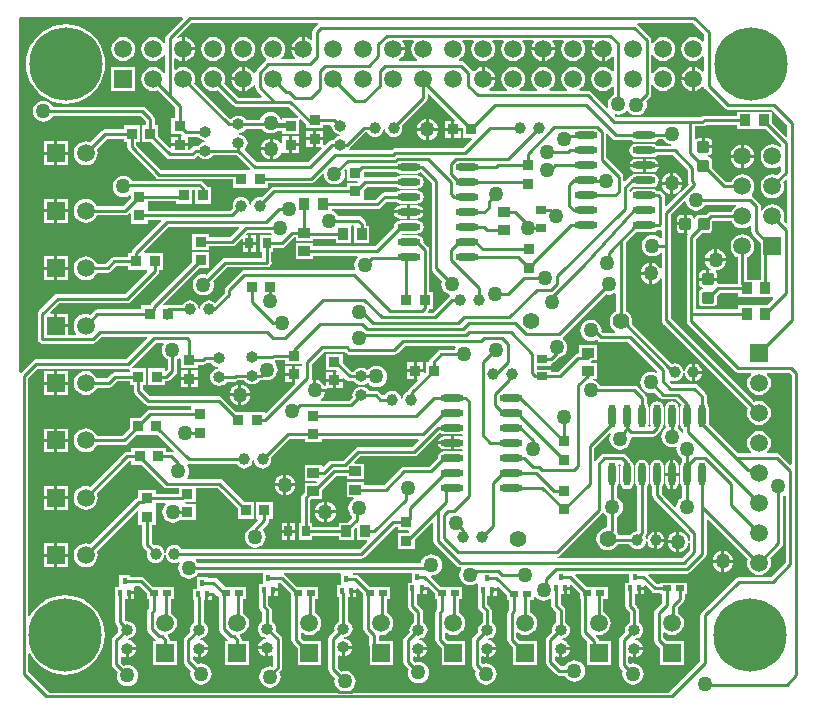
<source format=gbr>
G04*
G04 #@! TF.GenerationSoftware,Altium Limited,Altium Designer,23.2.1 (34)*
G04*
G04 Layer_Physical_Order=1*
G04 Layer_Color=255*
%FSLAX25Y25*%
%MOIN*%
G70*
G04*
G04 #@! TF.SameCoordinates,168D8CC4-6B96-4916-8BE8-BBD7D9E71175*
G04*
G04*
G04 #@! TF.FilePolarity,Positive*
G04*
G01*
G75*
G04:AMPARAMS|DCode=14|XSize=37.01mil|YSize=40.16mil|CornerRadius=3.7mil|HoleSize=0mil|Usage=FLASHONLY|Rotation=270.000|XOffset=0mil|YOffset=0mil|HoleType=Round|Shape=RoundedRectangle|*
%AMROUNDEDRECTD14*
21,1,0.03701,0.03276,0,0,270.0*
21,1,0.02961,0.04016,0,0,270.0*
1,1,0.00740,-0.01638,-0.01480*
1,1,0.00740,-0.01638,0.01480*
1,1,0.00740,0.01638,0.01480*
1,1,0.00740,0.01638,-0.01480*
%
%ADD14ROUNDEDRECTD14*%
G04:AMPARAMS|DCode=15|XSize=37.01mil|YSize=40.16mil|CornerRadius=3.7mil|HoleSize=0mil|Usage=FLASHONLY|Rotation=0.000|XOffset=0mil|YOffset=0mil|HoleType=Round|Shape=RoundedRectangle|*
%AMROUNDEDRECTD15*
21,1,0.03701,0.03276,0,0,0.0*
21,1,0.02961,0.04016,0,0,0.0*
1,1,0.00740,0.01480,-0.01638*
1,1,0.00740,-0.01480,-0.01638*
1,1,0.00740,-0.01480,0.01638*
1,1,0.00740,0.01480,0.01638*
%
%ADD15ROUNDEDRECTD15*%
%ADD16O,0.07756X0.02362*%
%ADD17O,0.03701X0.04016*%
%ADD18O,0.02362X0.07756*%
%ADD19R,0.03425X0.03661*%
%ADD20R,0.01260X0.01968*%
%ADD21O,0.04016X0.03701*%
%ADD22R,0.03661X0.03425*%
%ADD23R,0.02559X0.03543*%
%ADD24R,0.03622X0.03858*%
%ADD25R,0.01654X0.01968*%
%ADD26R,0.02756X0.01968*%
%ADD27R,0.03543X0.02559*%
%ADD28R,0.03189X0.03858*%
%ADD29R,0.03858X0.03189*%
%ADD30R,0.03819X0.03622*%
%ADD31R,0.03622X0.03819*%
%ADD58C,0.01000*%
%ADD59C,0.05906*%
%ADD60C,0.05906*%
%ADD61R,0.05906X0.05906*%
%ADD62R,0.05906X0.05906*%
%ADD63R,0.05906X0.05906*%
%ADD64C,0.24410*%
%ADD65C,0.05512*%
%ADD66C,0.05000*%
G36*
X102552Y268571D02*
X102419Y268481D01*
X101119Y267181D01*
X100787Y266685D01*
X100671Y266100D01*
Y263556D01*
X100171Y263309D01*
X99567Y263773D01*
X98605Y264171D01*
X98073Y264241D01*
Y260320D01*
X97573D01*
Y259820D01*
X93652D01*
X93722Y259288D01*
X94121Y258326D01*
X94754Y257501D01*
X94977Y257329D01*
X94807Y256829D01*
X90339D01*
X90169Y257329D01*
X90392Y257501D01*
X91026Y258326D01*
X91424Y259288D01*
X91560Y260320D01*
X91424Y261352D01*
X91026Y262313D01*
X90392Y263139D01*
X89567Y263773D01*
X88605Y264171D01*
X87573Y264307D01*
X86541Y264171D01*
X85580Y263773D01*
X84754Y263139D01*
X84121Y262313D01*
X83722Y261352D01*
X83586Y260320D01*
X83722Y259288D01*
X84121Y258326D01*
X84754Y257501D01*
X85218Y257145D01*
X85171Y256550D01*
X84919Y256381D01*
X82019Y253481D01*
X81687Y252985D01*
X81571Y252400D01*
Y252305D01*
X81071Y252205D01*
X81026Y252313D01*
X80392Y253139D01*
X79567Y253772D01*
X78605Y254171D01*
X78073Y254241D01*
Y250320D01*
Y246399D01*
X78605Y246469D01*
X79567Y246867D01*
X80392Y247501D01*
X81026Y248326D01*
X81071Y248434D01*
X81571Y248335D01*
Y247500D01*
X81687Y246915D01*
X82019Y246419D01*
X83838Y244599D01*
X83647Y244137D01*
X75919D01*
X71232Y248824D01*
X71424Y249288D01*
X71560Y250320D01*
X71424Y251352D01*
X71026Y252313D01*
X70392Y253139D01*
X69567Y253772D01*
X68605Y254171D01*
X67573Y254307D01*
X66541Y254171D01*
X65580Y253772D01*
X64754Y253139D01*
X64121Y252313D01*
X63722Y251352D01*
X63586Y250320D01*
X63722Y249288D01*
X64121Y248326D01*
X64754Y247501D01*
X65580Y246867D01*
X66541Y246469D01*
X67573Y246333D01*
X68605Y246469D01*
X69069Y246661D01*
X74204Y241526D01*
X74700Y241195D01*
X75285Y241078D01*
X87962D01*
X88000Y241071D01*
X92667D01*
X95903Y237834D01*
X95696Y237334D01*
X90669D01*
Y236690D01*
X90089D01*
X90088Y236692D01*
X89736Y237544D01*
X89175Y238275D01*
X88444Y238836D01*
X87592Y239189D01*
X86679Y239309D01*
X85765Y239189D01*
X84913Y238836D01*
X84182Y238275D01*
X83621Y237544D01*
X83269Y236692D01*
X83268Y236690D01*
X78577D01*
X78190Y237194D01*
X77595Y237651D01*
X76902Y237938D01*
X76157Y238036D01*
X75843D01*
X75099Y237938D01*
X74405Y237651D01*
X73810Y237194D01*
X73705Y237058D01*
X73042Y237014D01*
X61232Y248824D01*
X61424Y249288D01*
X61560Y250320D01*
X61424Y251352D01*
X61026Y252313D01*
X60392Y253139D01*
X59567Y253772D01*
X58605Y254171D01*
X57573Y254307D01*
X56541Y254171D01*
X55580Y253772D01*
X55129Y253427D01*
X54629Y253674D01*
Y256966D01*
X55129Y257213D01*
X55580Y256867D01*
X56541Y256469D01*
X57073Y256399D01*
Y260320D01*
Y264241D01*
X56541Y264171D01*
X55858Y263888D01*
X55574Y264312D01*
X60334Y269071D01*
X102400D01*
X102552Y268571D01*
D02*
G37*
G36*
X231171Y265266D02*
Y262946D01*
X230671Y262776D01*
X230392Y263139D01*
X229567Y263773D01*
X228605Y264171D01*
X227573Y264307D01*
X226541Y264171D01*
X225580Y263773D01*
X224754Y263139D01*
X224120Y262313D01*
X223722Y261352D01*
X223586Y260320D01*
X223722Y259288D01*
X224120Y258326D01*
X224754Y257501D01*
X225580Y256867D01*
X226541Y256469D01*
X227573Y256333D01*
X228605Y256469D01*
X229567Y256867D01*
X230392Y257501D01*
X230671Y257863D01*
X231171Y257694D01*
Y252946D01*
X230671Y252776D01*
X230392Y253139D01*
X229567Y253772D01*
X228605Y254171D01*
X228073Y254241D01*
Y250320D01*
Y246399D01*
X228605Y246469D01*
X229567Y246867D01*
X230392Y247501D01*
X230684Y247881D01*
X231219Y247757D01*
X231287Y247415D01*
X231619Y246919D01*
X238019Y240519D01*
X238515Y240187D01*
X239100Y240071D01*
X253966D01*
X258971Y235067D01*
Y231279D01*
X258509Y231087D01*
X253862Y235734D01*
Y239429D01*
X248240D01*
Y239429D01*
X247760D01*
Y239429D01*
X242138D01*
Y238029D01*
X231300D01*
X230715Y237913D01*
X230290Y237629D01*
X201834D01*
X201392Y238071D01*
X201675Y238495D01*
X201686Y238490D01*
X202600Y238370D01*
X203514Y238490D01*
X204365Y238843D01*
X205096Y239404D01*
X205312Y239685D01*
X205812D01*
X206104Y239304D01*
X206835Y238743D01*
X207686Y238390D01*
X208600Y238270D01*
X209514Y238390D01*
X210365Y238743D01*
X211096Y239304D01*
X211657Y240035D01*
X212010Y240886D01*
X212130Y241800D01*
X212010Y242714D01*
X211912Y242949D01*
X213181Y244219D01*
X213513Y244715D01*
X213629Y245300D01*
Y248205D01*
X214092Y248319D01*
X214129Y248315D01*
X214754Y247501D01*
X215580Y246867D01*
X216541Y246469D01*
X217573Y246333D01*
X218605Y246469D01*
X219567Y246867D01*
X220392Y247501D01*
X221026Y248326D01*
X221424Y249288D01*
X221560Y250320D01*
X221424Y251352D01*
X221026Y252313D01*
X220392Y253139D01*
X219567Y253772D01*
X218605Y254171D01*
X217573Y254307D01*
X216541Y254171D01*
X215580Y253772D01*
X214754Y253139D01*
X214129Y252325D01*
X214092Y252320D01*
X213629Y252434D01*
Y258205D01*
X214092Y258319D01*
X214129Y258315D01*
X214754Y257501D01*
X215580Y256867D01*
X216541Y256469D01*
X217573Y256333D01*
X218605Y256469D01*
X219567Y256867D01*
X220392Y257501D01*
X221026Y258326D01*
X221424Y259288D01*
X221560Y260320D01*
X221424Y261352D01*
X221026Y262313D01*
X220392Y263139D01*
X219567Y263773D01*
X218605Y264171D01*
X217573Y264307D01*
X216541Y264171D01*
X215580Y263773D01*
X214754Y263139D01*
X214129Y262325D01*
X214092Y262320D01*
X213629Y262434D01*
Y263300D01*
X213513Y263885D01*
X213181Y264381D01*
X209081Y268481D01*
X208948Y268571D01*
X209100Y269071D01*
X227366D01*
X231171Y265266D01*
D02*
G37*
G36*
X57179Y270895D02*
X57370Y270433D01*
X52019Y265081D01*
X51687Y264585D01*
X51571Y264000D01*
Y262305D01*
X51071Y262205D01*
X51026Y262313D01*
X50392Y263139D01*
X49567Y263773D01*
X48605Y264171D01*
X47573Y264307D01*
X46541Y264171D01*
X45580Y263773D01*
X44754Y263139D01*
X44120Y262313D01*
X43722Y261352D01*
X43586Y260320D01*
X43722Y259288D01*
X44120Y258326D01*
X44754Y257501D01*
X45580Y256867D01*
X46541Y256469D01*
X47573Y256333D01*
X48605Y256469D01*
X49567Y256867D01*
X50392Y257501D01*
X51026Y258326D01*
X51071Y258434D01*
X51571Y258335D01*
Y252305D01*
X51071Y252205D01*
X51026Y252313D01*
X50392Y253139D01*
X49567Y253772D01*
X48605Y254171D01*
X47573Y254307D01*
X46541Y254171D01*
X45580Y253772D01*
X44754Y253139D01*
X44120Y252313D01*
X43722Y251352D01*
X43586Y250320D01*
X43722Y249288D01*
X44120Y248326D01*
X44754Y247501D01*
X45580Y246867D01*
X46541Y246469D01*
X47573Y246333D01*
X48605Y246469D01*
X49069Y246661D01*
X52019Y243711D01*
X52019Y243711D01*
X54971Y240759D01*
Y237283D01*
X53669D01*
Y231858D01*
X56974D01*
X57164Y231642D01*
X57000Y231280D01*
Y228929D01*
X59331D01*
Y231131D01*
X62423D01*
X62810Y230628D01*
X63405Y230171D01*
X64099Y229884D01*
X64714Y229803D01*
Y229298D01*
X64099Y229217D01*
X63405Y228930D01*
X62810Y228473D01*
X62423Y227970D01*
X61740D01*
X61155Y227853D01*
X60659Y227522D01*
X59866Y226729D01*
X59331D01*
Y227929D01*
X56500D01*
X53669D01*
Y227447D01*
X53207Y227256D01*
X49283Y231179D01*
Y234831D01*
X48100D01*
Y237029D01*
X47984Y237614D01*
X47652Y238111D01*
X45081Y240681D01*
X44585Y241013D01*
X44000Y241129D01*
X14155D01*
X14057Y241365D01*
X13496Y242096D01*
X12765Y242657D01*
X11914Y243010D01*
X11000Y243130D01*
X10086Y243010D01*
X9235Y242657D01*
X8504Y242096D01*
X7943Y241365D01*
X7590Y240514D01*
X7470Y239600D01*
X7590Y238686D01*
X7943Y237835D01*
X8504Y237104D01*
X9235Y236543D01*
X10086Y236190D01*
X11000Y236070D01*
X11914Y236190D01*
X12765Y236543D01*
X13496Y237104D01*
X14057Y237835D01*
X14155Y238071D01*
X43367D01*
X45041Y236396D01*
Y234831D01*
X43858D01*
Y229170D01*
X46968D01*
X52019Y224119D01*
X52515Y223787D01*
X53100Y223671D01*
X60500D01*
X61085Y223787D01*
X61581Y224119D01*
X62045Y224582D01*
X62709Y224539D01*
X62810Y224408D01*
X63405Y223951D01*
X64099Y223663D01*
X64843Y223565D01*
X65157D01*
X65901Y223663D01*
X66595Y223951D01*
X67190Y224408D01*
X67577Y224911D01*
X75366D01*
X79858Y220419D01*
X79610Y219960D01*
X75785D01*
X75638Y219989D01*
X50173D01*
X41959Y228204D01*
Y229170D01*
X43142D01*
Y234831D01*
X37717D01*
Y233530D01*
X31521D01*
X30935Y233413D01*
X30439Y233082D01*
X26567Y229209D01*
X26103Y229402D01*
X25071Y229538D01*
X24039Y229402D01*
X23078Y229003D01*
X22252Y228370D01*
X21618Y227544D01*
X21220Y226583D01*
X21084Y225551D01*
X21220Y224519D01*
X21618Y223557D01*
X22252Y222731D01*
X23078Y222098D01*
X24039Y221700D01*
X25071Y221564D01*
X26103Y221700D01*
X27064Y222098D01*
X27890Y222731D01*
X28524Y223557D01*
X28922Y224519D01*
X29058Y225551D01*
X28922Y226583D01*
X28730Y227046D01*
X32154Y230471D01*
X37717D01*
Y229170D01*
X38900D01*
Y227571D01*
X39016Y226986D01*
X39348Y226489D01*
X48459Y217378D01*
X48955Y217047D01*
X49540Y216931D01*
X74138D01*
Y214141D01*
X79740D01*
X79760Y214141D01*
X80240D01*
X80260Y214141D01*
X85862D01*
Y215521D01*
X100051D01*
X100636Y215638D01*
X101132Y215969D01*
X104033Y218870D01*
X104483Y218613D01*
X104590Y217803D01*
X104943Y216951D01*
X105504Y216220D01*
X106235Y215659D01*
X107086Y215306D01*
X108000Y215186D01*
X108914Y215306D01*
X109765Y215659D01*
X110496Y216220D01*
X111057Y216951D01*
X111410Y217803D01*
X111530Y218716D01*
X111410Y219630D01*
X111312Y219866D01*
X111707Y220261D01*
X112169Y220069D01*
Y216358D01*
X115447D01*
X115691Y215858D01*
X115524Y215642D01*
X112169D01*
Y214459D01*
X87832D01*
X87246Y214342D01*
X86750Y214011D01*
X83740Y211000D01*
X83110Y211083D01*
X82366Y210985D01*
X81673Y210698D01*
X81077Y210241D01*
X80620Y209646D01*
X80333Y208952D01*
X80252Y208337D01*
X79748D01*
X79667Y208952D01*
X79380Y209646D01*
X78923Y210241D01*
X78327Y210698D01*
X77634Y210985D01*
X76890Y211083D01*
X76146Y210985D01*
X75452Y210698D01*
X74857Y210241D01*
X74400Y209646D01*
X74113Y208952D01*
X74015Y208208D01*
Y207893D01*
X74098Y207264D01*
X73312Y206478D01*
X45910D01*
Y207760D01*
X45910D01*
Y208240D01*
X45910D01*
X45910Y208260D01*
Y209522D01*
X55217D01*
Y208669D01*
X60642D01*
Y213371D01*
X61358D01*
Y208669D01*
X66783D01*
Y214331D01*
X65500D01*
X65484Y214415D01*
X65152Y214911D01*
X64081Y215981D01*
X63585Y216313D01*
X63000Y216429D01*
X40531D01*
X40096Y216996D01*
X39365Y217557D01*
X38514Y217910D01*
X37600Y218030D01*
X36686Y217910D01*
X35835Y217557D01*
X35104Y216996D01*
X34543Y216265D01*
X34190Y215414D01*
X34070Y214500D01*
X34190Y213586D01*
X34543Y212735D01*
X35104Y212004D01*
X35835Y211443D01*
X36686Y211090D01*
X37600Y210970D01*
X38514Y211090D01*
X39365Y211443D01*
X39642Y211655D01*
X40091Y211434D01*
Y210403D01*
X37625Y207937D01*
X28716D01*
X28524Y208401D01*
X27890Y209227D01*
X27064Y209860D01*
X26103Y210259D01*
X25071Y210395D01*
X24039Y210259D01*
X23078Y209860D01*
X22252Y209227D01*
X21618Y208401D01*
X21220Y207440D01*
X21084Y206408D01*
X21220Y205376D01*
X21618Y204414D01*
X22252Y203589D01*
X23078Y202955D01*
X24039Y202557D01*
X25071Y202421D01*
X26103Y202557D01*
X27064Y202955D01*
X27890Y203589D01*
X28524Y204414D01*
X28716Y204878D01*
X38258D01*
X38844Y204995D01*
X39340Y205326D01*
X39629Y205615D01*
X40091Y205424D01*
Y202138D01*
X45910D01*
Y203419D01*
X50103D01*
X50295Y202958D01*
X40867Y193530D01*
X40536Y193034D01*
X40419Y192449D01*
Y192410D01*
X39138D01*
Y191030D01*
X34636D01*
X34636Y191030D01*
X34635Y191030D01*
X34381Y190979D01*
X34050Y190913D01*
X34050Y190913D01*
X34050D01*
X33863Y190788D01*
X33554Y190582D01*
X33554Y190582D01*
X33554Y190582D01*
X31767Y188794D01*
X28716D01*
X28524Y189258D01*
X27890Y190084D01*
X27064Y190718D01*
X26103Y191116D01*
X25071Y191252D01*
X24039Y191116D01*
X23078Y190718D01*
X22252Y190084D01*
X21618Y189258D01*
X21220Y188297D01*
X21084Y187265D01*
X21220Y186233D01*
X21618Y185272D01*
X22252Y184446D01*
X23078Y183812D01*
X24039Y183414D01*
X25071Y183278D01*
X26103Y183414D01*
X27064Y183812D01*
X27890Y184446D01*
X28524Y185272D01*
X28716Y185736D01*
X32401D01*
X32401Y185736D01*
X32401Y185736D01*
X32672Y185790D01*
X32986Y185852D01*
X32986Y185852D01*
X32986Y185852D01*
X33235Y186019D01*
X33482Y186184D01*
X33482Y186184D01*
X33482Y186184D01*
X35269Y187971D01*
X39138D01*
Y186591D01*
X44760D01*
Y186591D01*
X45240D01*
X45441Y186494D01*
X45570Y185933D01*
X38267Y178629D01*
X15700D01*
X15115Y178513D01*
X14619Y178181D01*
X9519Y173081D01*
X9187Y172585D01*
X9071Y172000D01*
Y163600D01*
X9187Y163015D01*
X9519Y162519D01*
X10015Y162187D01*
X10600Y162071D01*
X27400D01*
X27985Y162187D01*
X28481Y162519D01*
X30433Y164471D01*
X45654D01*
X45846Y164009D01*
X38666Y156829D01*
X8500D01*
X7915Y156713D01*
X7419Y156381D01*
X3500Y152463D01*
X3000Y152670D01*
Y270646D01*
X3354Y270999D01*
X57179Y270895D01*
D02*
G37*
G36*
X194471Y262771D02*
X194121Y262313D01*
X193722Y261352D01*
X193652Y260820D01*
X197573D01*
Y260320D01*
X198073D01*
Y256399D01*
X198605Y256469D01*
X199567Y256867D01*
X200392Y257501D01*
X200571Y257733D01*
X201071Y257563D01*
Y253076D01*
X200571Y252907D01*
X200392Y253139D01*
X199567Y253772D01*
X198605Y254171D01*
X197573Y254307D01*
X196541Y254171D01*
X195580Y253772D01*
X194754Y253139D01*
X194121Y252313D01*
X193722Y251352D01*
X193586Y250320D01*
X193722Y249288D01*
X194121Y248326D01*
X194754Y247501D01*
X195580Y246867D01*
X196541Y246469D01*
X197573Y246333D01*
X198605Y246469D01*
X199567Y246867D01*
X200392Y247501D01*
X200571Y247733D01*
X201071Y247563D01*
Y245055D01*
X200835Y244957D01*
X200104Y244396D01*
X199543Y243665D01*
X199190Y242814D01*
X199070Y241900D01*
X199190Y240986D01*
X199195Y240975D01*
X198771Y240692D01*
X193481Y245981D01*
X192985Y246313D01*
X192400Y246429D01*
X189782D01*
X189692Y246612D01*
X189648Y246929D01*
X190392Y247501D01*
X191026Y248326D01*
X191424Y249288D01*
X191560Y250320D01*
X191424Y251352D01*
X191026Y252313D01*
X190392Y253139D01*
X189567Y253772D01*
X188605Y254171D01*
X187573Y254307D01*
X186541Y254171D01*
X185580Y253772D01*
X184754Y253139D01*
X184121Y252313D01*
X183722Y251352D01*
X183586Y250320D01*
X183722Y249288D01*
X184121Y248326D01*
X184754Y247501D01*
X185499Y246929D01*
X185454Y246612D01*
X185364Y246429D01*
X179782D01*
X179692Y246612D01*
X179648Y246929D01*
X180392Y247501D01*
X181026Y248326D01*
X181424Y249288D01*
X181560Y250320D01*
X181424Y251352D01*
X181026Y252313D01*
X180392Y253139D01*
X179567Y253772D01*
X178605Y254171D01*
X177573Y254307D01*
X176541Y254171D01*
X175580Y253772D01*
X174754Y253139D01*
X174120Y252313D01*
X173722Y251352D01*
X173586Y250320D01*
X173722Y249288D01*
X174120Y248326D01*
X174754Y247501D01*
X175499Y246929D01*
X175454Y246612D01*
X175364Y246429D01*
X169782D01*
X169692Y246612D01*
X169648Y246929D01*
X170392Y247501D01*
X171026Y248326D01*
X171424Y249288D01*
X171560Y250320D01*
X171424Y251352D01*
X171026Y252313D01*
X170392Y253139D01*
X169567Y253772D01*
X168605Y254171D01*
X167573Y254307D01*
X166541Y254171D01*
X165580Y253772D01*
X164754Y253139D01*
X164120Y252313D01*
X163722Y251352D01*
X163586Y250320D01*
X163722Y249288D01*
X164120Y248326D01*
X164754Y247501D01*
X165499Y246929D01*
X165454Y246612D01*
X165364Y246429D01*
X159782D01*
X159692Y246612D01*
X159648Y246929D01*
X160392Y247501D01*
X161026Y248326D01*
X161424Y249288D01*
X161494Y249820D01*
X157573D01*
Y250320D01*
X157073D01*
Y254241D01*
X156541Y254171D01*
X155580Y253772D01*
X154754Y253139D01*
X154546Y252868D01*
X154013Y252985D01*
X153681Y253481D01*
X151281Y255881D01*
X150785Y256213D01*
X150200Y256329D01*
X149575D01*
X149476Y256829D01*
X149567Y256867D01*
X150392Y257501D01*
X151026Y258326D01*
X151424Y259288D01*
X151560Y260320D01*
X151424Y261352D01*
X151026Y262313D01*
X150675Y262771D01*
X150922Y263271D01*
X154225D01*
X154471Y262771D01*
X154121Y262313D01*
X153722Y261352D01*
X153586Y260320D01*
X153722Y259288D01*
X154121Y258326D01*
X154754Y257501D01*
X155580Y256867D01*
X156541Y256469D01*
X157573Y256333D01*
X158605Y256469D01*
X159567Y256867D01*
X160392Y257501D01*
X161026Y258326D01*
X161424Y259288D01*
X161560Y260320D01*
X161424Y261352D01*
X161026Y262313D01*
X160675Y262771D01*
X160922Y263271D01*
X164225D01*
X164471Y262771D01*
X164120Y262313D01*
X163722Y261352D01*
X163586Y260320D01*
X163722Y259288D01*
X164120Y258326D01*
X164754Y257501D01*
X165580Y256867D01*
X166541Y256469D01*
X167573Y256333D01*
X168605Y256469D01*
X169567Y256867D01*
X170392Y257501D01*
X171026Y258326D01*
X171424Y259288D01*
X171560Y260320D01*
X171424Y261352D01*
X171026Y262313D01*
X170675Y262771D01*
X170922Y263271D01*
X174225D01*
X174471Y262771D01*
X174120Y262313D01*
X173722Y261352D01*
X173652Y260820D01*
X181494D01*
X181424Y261352D01*
X181026Y262313D01*
X180675Y262771D01*
X180922Y263271D01*
X184225D01*
X184471Y262771D01*
X184121Y262313D01*
X183722Y261352D01*
X183586Y260320D01*
X183722Y259288D01*
X184121Y258326D01*
X184754Y257501D01*
X185580Y256867D01*
X186541Y256469D01*
X187573Y256333D01*
X188605Y256469D01*
X189567Y256867D01*
X190392Y257501D01*
X191026Y258326D01*
X191424Y259288D01*
X191560Y260320D01*
X191424Y261352D01*
X191026Y262313D01*
X190675Y262771D01*
X190922Y263271D01*
X194225D01*
X194471Y262771D01*
D02*
G37*
G36*
X134471D02*
X134121Y262313D01*
X133722Y261352D01*
X133586Y260320D01*
X133722Y259288D01*
X134121Y258326D01*
X134754Y257501D01*
X135580Y256867D01*
X135671Y256829D01*
X135571Y256329D01*
X129575D01*
X129476Y256829D01*
X129567Y256867D01*
X130392Y257501D01*
X131026Y258326D01*
X131424Y259288D01*
X131494Y259820D01*
X127573D01*
Y260820D01*
X131494D01*
X131424Y261352D01*
X131026Y262313D01*
X130675Y262771D01*
X130922Y263271D01*
X134225D01*
X134471Y262771D01*
D02*
G37*
G36*
X98669Y235068D02*
Y233858D01*
X104331D01*
Y235041D01*
X106639D01*
X106968Y234666D01*
X106968Y234661D01*
X107065Y233917D01*
X107353Y233223D01*
X107810Y232628D01*
X108405Y232171D01*
X109098Y231884D01*
X109714Y231803D01*
Y231298D01*
X109098Y231217D01*
X108405Y230930D01*
X107810Y230473D01*
X107396Y229935D01*
X107139D01*
X106554Y229819D01*
X106058Y229487D01*
X104793Y228222D01*
X104331Y228413D01*
Y229929D01*
X102000D01*
Y227716D01*
X103634D01*
X103825Y227255D01*
X99100Y222529D01*
X82074D01*
X78160Y226443D01*
X78190Y226907D01*
X78647Y227503D01*
X78935Y228196D01*
X79032Y228940D01*
X78935Y229684D01*
X78647Y230378D01*
X78190Y230973D01*
X77595Y231430D01*
X76902Y231717D01*
X76286Y231798D01*
Y232303D01*
X76902Y232384D01*
X77595Y232671D01*
X78190Y233128D01*
X78577Y233631D01*
X83915D01*
X84182Y233282D01*
X84913Y232721D01*
X85765Y232369D01*
X86679Y232248D01*
X87592Y232369D01*
X88444Y232721D01*
X88927Y233092D01*
X90669D01*
Y231909D01*
X96331D01*
Y236699D01*
X96831Y236906D01*
X98669Y235068D01*
D02*
G37*
G36*
X148233Y236793D02*
X148042Y236331D01*
X147929D01*
Y234000D01*
X150251D01*
X150642Y234191D01*
X150858Y234023D01*
Y230669D01*
X153588D01*
X153780Y230207D01*
X150783Y227211D01*
X128120D01*
X127535Y227094D01*
X127039Y226763D01*
X126895Y226619D01*
X112942D01*
X112790Y227119D01*
X113148Y227359D01*
X118311Y232521D01*
X118983D01*
X119010Y232456D01*
X119467Y231860D01*
X120062Y231403D01*
X120756Y231116D01*
X121500Y231018D01*
X122244Y231116D01*
X122938Y231403D01*
X123533Y231860D01*
X123990Y232456D01*
X124277Y233149D01*
X124358Y233764D01*
X124862D01*
X124943Y233149D01*
X125231Y232456D01*
X125688Y231860D01*
X126283Y231403D01*
X126976Y231116D01*
X127720Y231018D01*
X128464Y231116D01*
X129158Y231403D01*
X129753Y231860D01*
X130210Y232456D01*
X130497Y233149D01*
X130595Y233893D01*
Y234208D01*
X130513Y234837D01*
X138655Y242979D01*
X138986Y243476D01*
X139103Y244061D01*
Y245270D01*
X139565Y245462D01*
X148233Y236793D01*
D02*
G37*
G36*
X200719Y230419D02*
X201215Y230087D01*
X201800Y229971D01*
X206946D01*
X206975Y229927D01*
X207696Y229445D01*
X208547Y229276D01*
X213941D01*
X214792Y229445D01*
X215513Y229927D01*
X215709Y230221D01*
X217454D01*
X218004Y229504D01*
X218735Y228943D01*
X219586Y228590D01*
X220047Y228529D01*
X220015Y228029D01*
X215542D01*
X215513Y228073D01*
X214792Y228555D01*
X213941Y228724D01*
X208547D01*
X207696Y228555D01*
X206975Y228073D01*
X206493Y227351D01*
X206324Y226500D01*
X206493Y225649D01*
X206975Y224927D01*
X207696Y224445D01*
X208547Y224276D01*
X213941D01*
X214792Y224445D01*
X215513Y224927D01*
X215542Y224971D01*
X220866D01*
X225721Y220116D01*
Y216250D01*
X225837Y215665D01*
X226083Y215296D01*
X225762Y215081D01*
X223437Y212756D01*
X223060Y213087D01*
X223225Y213302D01*
X223557Y213735D01*
X223910Y214586D01*
X223964Y215000D01*
X221000D01*
Y212036D01*
X221414Y212090D01*
X222265Y212443D01*
X222698Y212775D01*
X222913Y212940D01*
X223244Y212563D01*
X218614Y207933D01*
X218152Y208125D01*
Y210878D01*
X218035Y211463D01*
X217704Y211959D01*
X217081Y212581D01*
X216585Y212913D01*
X216000Y213029D01*
X215542D01*
X215513Y213072D01*
X214792Y213555D01*
X213941Y213724D01*
X208547D01*
X207696Y213555D01*
X206975Y213072D01*
X206729Y212705D01*
X206229Y212857D01*
Y213367D01*
X207464Y214601D01*
X207696Y214445D01*
X208547Y214276D01*
X213941D01*
X214792Y214445D01*
X215513Y214928D01*
X215996Y215649D01*
X216165Y216500D01*
X215996Y217351D01*
X215513Y218073D01*
X214792Y218555D01*
X213941Y218724D01*
X208547D01*
X207696Y218555D01*
X206975Y218073D01*
X206907Y217971D01*
X206615Y217913D01*
X206119Y217581D01*
X204691Y216154D01*
X204229Y216346D01*
Y217800D01*
X204113Y218385D01*
X203781Y218881D01*
X198663Y224000D01*
Y231821D01*
X199125Y232012D01*
X200719Y230419D01*
D02*
G37*
G36*
X242138Y233571D02*
X247760D01*
Y233571D01*
X248240D01*
Y233571D01*
X251699D01*
X256923Y228347D01*
Y227869D01*
X256423Y227623D01*
X255993Y227953D01*
X255032Y228351D01*
X254000Y228487D01*
X252968Y228351D01*
X252007Y227953D01*
X251181Y227319D01*
X250547Y226493D01*
X250149Y225532D01*
X250013Y224500D01*
X250149Y223468D01*
X250547Y222507D01*
X251181Y221681D01*
X252007Y221047D01*
X252968Y220649D01*
X254000Y220513D01*
X255032Y220649D01*
X255993Y221047D01*
X256423Y221377D01*
X256923Y221131D01*
Y219586D01*
X255496Y218159D01*
X255032Y218351D01*
X254000Y218487D01*
X252968Y218351D01*
X252007Y217953D01*
X251181Y217319D01*
X250547Y216493D01*
X250149Y215532D01*
X250013Y214500D01*
X250149Y213468D01*
X250547Y212507D01*
X251181Y211681D01*
X252007Y211047D01*
X252968Y210649D01*
X254000Y210513D01*
X255032Y210649D01*
X255993Y211047D01*
X256819Y211681D01*
X257453Y212507D01*
X257851Y213468D01*
X257987Y214500D01*
X257851Y215532D01*
X257659Y215996D01*
X258509Y216846D01*
X258971Y216654D01*
Y202346D01*
X258509Y202154D01*
X257659Y203004D01*
X257851Y203468D01*
X257987Y204500D01*
X257851Y205532D01*
X257453Y206493D01*
X256819Y207319D01*
X255993Y207953D01*
X255032Y208351D01*
X254000Y208487D01*
X252968Y208351D01*
X252007Y207953D01*
X251181Y207319D01*
X250547Y206493D01*
X250529Y206450D01*
X250029Y206550D01*
Y208000D01*
X249913Y208585D01*
X249581Y209081D01*
X247581Y211081D01*
X247175Y211353D01*
X247040Y211754D01*
X247015Y211937D01*
X247453Y212507D01*
X247851Y213468D01*
X247987Y214500D01*
X247851Y215532D01*
X247453Y216493D01*
X246819Y217319D01*
X245993Y217953D01*
X245032Y218351D01*
X244000Y218487D01*
X242968Y218351D01*
X242007Y217953D01*
X241181Y217319D01*
X240547Y216493D01*
X240355Y216029D01*
X238486D01*
X233909Y220606D01*
Y222959D01*
X233803Y223493D01*
X233500Y223946D01*
X233047Y224249D01*
X232622Y224334D01*
Y224843D01*
X233047Y224928D01*
X233500Y225231D01*
X233803Y225684D01*
X233909Y226218D01*
Y227199D01*
X230874D01*
Y227699D01*
X230374D01*
Y230576D01*
X229237D01*
X228702Y230470D01*
X228529Y230354D01*
X228029Y230622D01*
Y234571D01*
X230900D01*
X231485Y234687D01*
X231910Y234971D01*
X242138D01*
Y233571D01*
D02*
G37*
G36*
X128487Y219428D02*
X129208Y218946D01*
X130059Y218776D01*
X135453D01*
X136304Y218946D01*
X136776Y219261D01*
X140371Y215667D01*
Y187200D01*
X140487Y186615D01*
X140819Y186119D01*
X143888Y183049D01*
X143790Y182814D01*
X143670Y181900D01*
X143790Y180986D01*
X144143Y180135D01*
X144704Y179404D01*
X145435Y178843D01*
X146286Y178490D01*
X146464Y178467D01*
X146529Y177997D01*
X146522Y177955D01*
X146039Y177632D01*
X140836Y172429D01*
X139317D01*
X139200Y172711D01*
X139160Y172929D01*
X139484Y173415D01*
X139535Y173669D01*
X140784D01*
Y179331D01*
X139601D01*
Y184687D01*
X139663Y185002D01*
Y193319D01*
X139663Y193319D01*
X139663Y193319D01*
X139600Y193637D01*
X139547Y193904D01*
X139547Y193904D01*
X139547Y193904D01*
X139380Y194154D01*
X139215Y194401D01*
X139215Y194401D01*
X139215Y194401D01*
X137667Y195949D01*
X137677Y196000D01*
X137507Y196851D01*
X137025Y197573D01*
X136304Y198055D01*
X135453Y198224D01*
X130655D01*
X130353Y198724D01*
X130381Y198776D01*
X135453D01*
X136304Y198946D01*
X137025Y199428D01*
X137507Y200149D01*
X137677Y201000D01*
X137507Y201851D01*
X137025Y202573D01*
X136304Y203055D01*
X135453Y203224D01*
X130059D01*
X129208Y203055D01*
X128487Y202573D01*
X128005Y201851D01*
X127835Y201000D01*
X127845Y200949D01*
X121390Y194494D01*
X100929D01*
Y195559D01*
X95071D01*
Y190370D01*
X100929D01*
Y191435D01*
X115615D01*
X115785Y190935D01*
X115604Y190796D01*
X115043Y190065D01*
X114690Y189214D01*
X114570Y188300D01*
X114690Y187386D01*
X114855Y186988D01*
X114718Y186743D01*
X114504Y186529D01*
X77900D01*
X77315Y186413D01*
X76819Y186081D01*
X71819Y181081D01*
X71487Y180585D01*
X71371Y180000D01*
Y179034D01*
X68078Y175741D01*
X67548Y176147D01*
X66854Y176435D01*
X66110Y176533D01*
X65366Y176435D01*
X64673Y176147D01*
X64077Y175691D01*
X63620Y175095D01*
X63333Y174402D01*
X63252Y173786D01*
X62748D01*
X62667Y174402D01*
X62380Y175095D01*
X61923Y175691D01*
X61327Y176147D01*
X60634Y176435D01*
X59890Y176533D01*
X59146Y176435D01*
X58452Y176147D01*
X57857Y175691D01*
X57400Y175095D01*
X57373Y175030D01*
X52551D01*
X51966Y174913D01*
X51960Y174909D01*
X51178D01*
X50987Y175371D01*
X62832Y187217D01*
X66331D01*
Y192642D01*
X60669D01*
Y189380D01*
X46678Y175389D01*
X46358Y174909D01*
X43638D01*
Y173529D01*
X28949D01*
X28364Y173413D01*
X27868Y173081D01*
X26567Y171781D01*
X26103Y171973D01*
X25071Y172109D01*
X24039Y171973D01*
X23078Y171575D01*
X22252Y170941D01*
X21618Y170115D01*
X21220Y169154D01*
X21084Y168122D01*
X21220Y167090D01*
X21618Y166129D01*
X22001Y165629D01*
X21755Y165129D01*
X19024D01*
Y167622D01*
X15071D01*
Y168122D01*
X14571D01*
Y172075D01*
X13491D01*
X13300Y172537D01*
X16333Y175571D01*
X38900D01*
X39485Y175687D01*
X39981Y176019D01*
X49133Y185170D01*
X49464Y185666D01*
X49581Y186251D01*
Y186591D01*
X50862D01*
Y192410D01*
X45240D01*
Y192410D01*
X44760D01*
X44554Y192824D01*
X44535Y192872D01*
X52807Y201144D01*
X76016D01*
X76208Y200682D01*
X73125Y197600D01*
X66331D01*
Y198783D01*
X60669D01*
Y193358D01*
X66331D01*
Y194541D01*
X73759D01*
X74344Y194658D01*
X74840Y194989D01*
X76904Y197053D01*
X77366Y196862D01*
Y196000D01*
X79146D01*
Y198272D01*
X78776D01*
X78585Y198734D01*
X78995Y199144D01*
X86871D01*
X87131Y198740D01*
X86900Y198272D01*
X83075D01*
Y192728D01*
X83825D01*
Y190629D01*
X71600D01*
X71015Y190513D01*
X70519Y190181D01*
X65449Y185112D01*
X65214Y185210D01*
X64300Y185330D01*
X63386Y185210D01*
X62535Y184857D01*
X61804Y184296D01*
X61243Y183565D01*
X60890Y182714D01*
X60770Y181800D01*
X60890Y180886D01*
X61243Y180035D01*
X61804Y179304D01*
X62535Y178743D01*
X63386Y178390D01*
X64300Y178270D01*
X65214Y178390D01*
X66065Y178743D01*
X66796Y179304D01*
X67357Y180035D01*
X67710Y180886D01*
X67830Y181800D01*
X67710Y182714D01*
X67612Y182949D01*
X72233Y187571D01*
X85500D01*
X86085Y187687D01*
X86581Y188019D01*
X86913Y188515D01*
X87029Y189100D01*
X86913Y189685D01*
X86884Y189729D01*
Y192728D01*
X87634D01*
Y193971D01*
X90359D01*
X90944Y194087D01*
X91440Y194419D01*
X94528Y197506D01*
X95071D01*
Y196441D01*
X100929D01*
Y196971D01*
X108370D01*
Y195571D01*
X113559D01*
Y201339D01*
X114000Y201570D01*
X114441Y201339D01*
Y195571D01*
X119630D01*
Y201429D01*
X118565D01*
Y202065D01*
X118448Y202650D01*
X118117Y203146D01*
X117081Y204181D01*
X116585Y204513D01*
X116000Y204629D01*
X109255D01*
X109157Y204865D01*
X108596Y205596D01*
X107865Y206157D01*
X107109Y206471D01*
X107208Y206971D01*
X122200D01*
X122785Y207087D01*
X123281Y207419D01*
X125334Y209471D01*
X128458D01*
X128487Y209428D01*
X129208Y208946D01*
X130059Y208776D01*
X135453D01*
X136304Y208946D01*
X137025Y209428D01*
X137507Y210149D01*
X137677Y211000D01*
X137507Y211851D01*
X137025Y212573D01*
X136304Y213055D01*
X135453Y213224D01*
X130059D01*
X129208Y213055D01*
X128487Y212573D01*
X128458Y212530D01*
X124700D01*
X124115Y212413D01*
X123619Y212082D01*
X121566Y210029D01*
X118253D01*
X117831Y210217D01*
Y213479D01*
X118823Y214471D01*
X128458D01*
X128487Y214428D01*
X129208Y213946D01*
X130059Y213776D01*
X135453D01*
X136304Y213946D01*
X137025Y214428D01*
X137507Y215149D01*
X137677Y216000D01*
X137507Y216851D01*
X137025Y217573D01*
X136304Y218055D01*
X135453Y218224D01*
X130059D01*
X129208Y218055D01*
X128487Y217573D01*
X128458Y217530D01*
X118189D01*
X117831Y217824D01*
Y219471D01*
X128458D01*
X128487Y219428D01*
D02*
G37*
G36*
X225048Y209408D02*
X225090Y209086D01*
X225443Y208235D01*
X226004Y207504D01*
X226735Y206943D01*
X227586Y206590D01*
X228500Y206470D01*
X229414Y206590D01*
X230265Y206943D01*
X230996Y207504D01*
X231557Y208235D01*
X231655Y208471D01*
X241950D01*
X242050Y207971D01*
X242007Y207953D01*
X241181Y207319D01*
X240547Y206493D01*
X240355Y206029D01*
X233453D01*
X232868Y205913D01*
X232371Y205581D01*
X231825Y205035D01*
X229630D01*
X229095Y204928D01*
X228642Y204626D01*
X228339Y204172D01*
X228255Y203748D01*
X227745D01*
X227661Y204172D01*
X227358Y204626D01*
X226905Y204928D01*
X226370Y205035D01*
X225390D01*
Y202000D01*
Y198965D01*
X225418D01*
X225686Y198465D01*
X225587Y198318D01*
X225471Y197732D01*
Y172000D01*
Y169500D01*
X225587Y168915D01*
X225919Y168419D01*
X241419Y152919D01*
X241915Y152587D01*
X242500Y152471D01*
X246708D01*
X246878Y151971D01*
X246681Y151819D01*
X246047Y150993D01*
X245649Y150032D01*
X245513Y149000D01*
X245649Y147968D01*
X246047Y147007D01*
X246681Y146181D01*
X247507Y145547D01*
X248468Y145149D01*
X249500Y145013D01*
X250532Y145149D01*
X251493Y145547D01*
X252319Y146181D01*
X252953Y147007D01*
X253351Y147968D01*
X253487Y149000D01*
X253351Y150032D01*
X252953Y150993D01*
X252319Y151819D01*
X252122Y151971D01*
X252291Y152471D01*
X259566D01*
X260471Y151567D01*
Y121846D01*
X260009Y121654D01*
X256581Y125081D01*
X256085Y125413D01*
X255500Y125529D01*
X252291D01*
X252122Y126029D01*
X252319Y126181D01*
X252953Y127007D01*
X253351Y127968D01*
X253487Y129000D01*
X253351Y130032D01*
X252953Y130993D01*
X252319Y131819D01*
X251493Y132453D01*
X250532Y132851D01*
X249500Y132987D01*
X248468Y132851D01*
X247507Y132453D01*
X246681Y131819D01*
X246047Y130993D01*
X245649Y130032D01*
X245513Y129000D01*
X245649Y127968D01*
X246047Y127007D01*
X246681Y126181D01*
X246878Y126029D01*
X246708Y125529D01*
X242437D01*
X232714Y135252D01*
X232724Y135303D01*
Y140697D01*
X232555Y141548D01*
X232072Y142269D01*
X232029Y142298D01*
Y144600D01*
X231913Y145185D01*
X231581Y145681D01*
X229081Y148181D01*
X228585Y148513D01*
X228000Y148629D01*
X220634D01*
X219864Y149399D01*
X220147Y149822D01*
X220646Y149616D01*
X221390Y149518D01*
X222134Y149616D01*
X222827Y149903D01*
X223423Y150360D01*
X223880Y150956D01*
X224167Y151649D01*
X224248Y152264D01*
X224752D01*
X224833Y151649D01*
X225120Y150956D01*
X225577Y150360D01*
X226173Y149903D01*
X226866Y149616D01*
X227110Y149584D01*
Y152551D01*
Y155517D01*
X226866Y155485D01*
X226173Y155198D01*
X225577Y154741D01*
X225120Y154146D01*
X224833Y153452D01*
X224752Y152837D01*
X224248D01*
X224167Y153452D01*
X223880Y154146D01*
X223423Y154741D01*
X222827Y155198D01*
X222134Y155485D01*
X221390Y155583D01*
X220646Y155485D01*
X220350Y155362D01*
X207163Y168549D01*
X207288Y169500D01*
X207159Y170481D01*
X206781Y171394D01*
X206179Y172179D01*
X205394Y172781D01*
X205029Y172932D01*
Y195819D01*
X208496Y199286D01*
X208547Y199276D01*
X213941D01*
X214792Y199445D01*
X215513Y199927D01*
X215542Y199971D01*
X216100D01*
X216593Y200069D01*
X217093Y199804D01*
Y197340D01*
X216593Y197170D01*
X216496Y197296D01*
X215765Y197857D01*
X214914Y198210D01*
X214000Y198330D01*
X213086Y198210D01*
X212235Y197857D01*
X211504Y197296D01*
X210943Y196565D01*
X210590Y195714D01*
X210470Y194800D01*
X210590Y193886D01*
X210943Y193035D01*
X211504Y192304D01*
X212235Y191743D01*
X213086Y191390D01*
X214000Y191270D01*
X214914Y191390D01*
X215765Y191743D01*
X216496Y192304D01*
X216593Y192430D01*
X217093Y192260D01*
Y187279D01*
X216593Y187179D01*
X216557Y187265D01*
X215996Y187996D01*
X215265Y188557D01*
X214414Y188910D01*
X214000Y188964D01*
Y185500D01*
Y182036D01*
X214414Y182090D01*
X215265Y182443D01*
X215996Y183004D01*
X216557Y183735D01*
X216593Y183821D01*
X217093Y183721D01*
Y169878D01*
X217209Y169292D01*
X217541Y168796D01*
X245841Y140496D01*
X245649Y140032D01*
X245513Y139000D01*
X245649Y137968D01*
X246047Y137007D01*
X246681Y136181D01*
X247507Y135547D01*
X248468Y135149D01*
X249500Y135013D01*
X250532Y135149D01*
X251493Y135547D01*
X252319Y136181D01*
X252953Y137007D01*
X253351Y137968D01*
X253487Y139000D01*
X253351Y140032D01*
X252953Y140993D01*
X252319Y141819D01*
X251493Y142453D01*
X250532Y142851D01*
X249500Y142987D01*
X248468Y142851D01*
X248004Y142659D01*
X220152Y170511D01*
Y194800D01*
Y205146D01*
X224574Y209568D01*
X225048Y209408D01*
D02*
G37*
G36*
X240547Y202507D02*
X241181Y201681D01*
X242007Y201047D01*
X242968Y200649D01*
X244000Y200513D01*
X245032Y200649D01*
X245993Y201047D01*
X246471Y201413D01*
X246971Y201167D01*
Y199500D01*
X247087Y198915D01*
X247419Y198419D01*
X250022Y195815D01*
Y183429D01*
X248760D01*
X248740Y183429D01*
X248260D01*
X248240Y183429D01*
X245529D01*
Y190855D01*
X245993Y191047D01*
X246819Y191681D01*
X247453Y192507D01*
X247851Y193468D01*
X247987Y194500D01*
X247851Y195532D01*
X247453Y196493D01*
X246819Y197319D01*
X245993Y197953D01*
X245032Y198351D01*
X244000Y198487D01*
X242968Y198351D01*
X242007Y197953D01*
X241181Y197319D01*
X240547Y196493D01*
X240149Y195532D01*
X240013Y194500D01*
X240149Y193468D01*
X240547Y192507D01*
X241181Y191681D01*
X242007Y191047D01*
X242471Y190855D01*
Y182067D01*
X242440Y182029D01*
X236024D01*
X235738Y182088D01*
X235535Y182493D01*
Y183110D01*
X232500D01*
X229465D01*
Y182130D01*
X229572Y181595D01*
X229874Y181142D01*
X230328Y180839D01*
X230752Y180755D01*
Y180245D01*
X230328Y180161D01*
X229874Y179858D01*
X229572Y179405D01*
X229465Y178870D01*
Y175909D01*
X229572Y175375D01*
X229874Y174922D01*
X230328Y174619D01*
X230862Y174513D01*
X234138D01*
X234672Y174619D01*
X235126Y174922D01*
X235428Y175375D01*
X235535Y175909D01*
Y178104D01*
X236401Y178971D01*
X242638D01*
Y177571D01*
X248240D01*
X248260Y177571D01*
X248740D01*
X248760Y177571D01*
X254134D01*
X254341Y177071D01*
X252199Y174929D01*
X248740D01*
Y174929D01*
X248260D01*
Y174929D01*
X242638D01*
Y173529D01*
X228529D01*
Y197099D01*
X230396Y198965D01*
X232591D01*
X233125Y199072D01*
X233578Y199374D01*
X233881Y199828D01*
X233987Y200362D01*
Y202872D01*
X234086Y202971D01*
X240355D01*
X240547Y202507D01*
D02*
G37*
G36*
X201971Y178819D02*
Y172932D01*
X201606Y172781D01*
X200821Y172179D01*
X200219Y171394D01*
X199841Y170481D01*
X199712Y169500D01*
X199841Y168519D01*
X200219Y167606D01*
X200821Y166821D01*
X201593Y166229D01*
X201597Y166186D01*
X201482Y165729D01*
X197490D01*
X196994Y166226D01*
X197030Y166500D01*
X196910Y167414D01*
X196557Y168265D01*
X195996Y168996D01*
X195265Y169557D01*
X194414Y169910D01*
X193500Y170030D01*
X192586Y169910D01*
X191735Y169557D01*
X191004Y168996D01*
X190443Y168265D01*
X190090Y167414D01*
X189970Y166500D01*
X190090Y165586D01*
X190443Y164735D01*
X191004Y164004D01*
X191735Y163443D01*
X192586Y163090D01*
X193500Y162970D01*
X194414Y163090D01*
X195265Y163443D01*
X195370Y163524D01*
X195775Y163119D01*
X196272Y162787D01*
X196857Y162671D01*
X205887D01*
X215817Y152740D01*
X215788Y152492D01*
X215265Y152263D01*
X214414Y152616D01*
X213500Y152736D01*
X212586Y152616D01*
X211735Y152263D01*
X211004Y151702D01*
X210443Y150971D01*
X210090Y150120D01*
X209970Y149206D01*
X210090Y148292D01*
X210443Y147441D01*
X211004Y146710D01*
X211735Y146149D01*
X212586Y145796D01*
X213500Y145676D01*
X214414Y145796D01*
X214649Y145894D01*
X216525Y144019D01*
X217021Y143687D01*
X217606Y143571D01*
X221766D01*
X223583Y141754D01*
X223445Y141548D01*
X223276Y140697D01*
Y135303D01*
X223445Y134452D01*
X223927Y133731D01*
X224231Y133528D01*
Y132739D01*
X224297Y132407D01*
X223817Y132261D01*
X223557Y132887D01*
X222996Y133618D01*
X222336Y134125D01*
X222555Y134452D01*
X222724Y135303D01*
Y140697D01*
X222555Y141548D01*
X222073Y142269D01*
X221351Y142751D01*
X220500Y142921D01*
X219649Y142751D01*
X218928Y142269D01*
X218445Y141548D01*
X218276Y140697D01*
Y135303D01*
X218445Y134452D01*
X218664Y134125D01*
X218004Y133618D01*
X217443Y132887D01*
X217090Y132036D01*
X216970Y131122D01*
X217090Y130208D01*
X217443Y129357D01*
X218004Y128626D01*
X218735Y128065D01*
X219586Y127712D01*
X220500Y127592D01*
X221414Y127712D01*
X221625Y127800D01*
X222022Y127495D01*
X221970Y127100D01*
X222090Y126186D01*
X222443Y125335D01*
X223004Y124604D01*
X223735Y124043D01*
X223971Y123945D01*
Y122810D01*
X223927Y122781D01*
X223445Y122060D01*
X223276Y121209D01*
Y115815D01*
X223445Y114964D01*
X223927Y114243D01*
X223971Y114214D01*
Y110855D01*
X223735Y110757D01*
X223004Y110196D01*
X222443Y109465D01*
X222090Y108614D01*
X221993Y107877D01*
X221502Y107661D01*
X217029Y112134D01*
Y114214D01*
X217073Y114243D01*
X217555Y114964D01*
X217724Y115815D01*
Y121209D01*
X217555Y122060D01*
X217073Y122781D01*
X216351Y123263D01*
X215500Y123433D01*
X214649Y123263D01*
X213928Y122781D01*
X213445Y122060D01*
X213276Y121209D01*
Y115815D01*
X213445Y114964D01*
X213928Y114243D01*
X213971Y114214D01*
Y111500D01*
X214087Y110915D01*
X214419Y110419D01*
X226471Y98366D01*
Y96485D01*
X225971Y96453D01*
X225910Y96914D01*
X225557Y97765D01*
X224996Y98496D01*
X224265Y99057D01*
X223414Y99410D01*
X223000Y99464D01*
Y96000D01*
Y92536D01*
X223414Y92590D01*
X224265Y92943D01*
X224996Y93504D01*
X225557Y94235D01*
X225910Y95086D01*
X225971Y95547D01*
X226471Y95515D01*
Y93133D01*
X223867Y90529D01*
X216159D01*
X215961Y90569D01*
X182384D01*
X182335Y91069D01*
X182625Y91126D01*
X183121Y91458D01*
X197181Y105519D01*
X197196Y105540D01*
X197811Y105560D01*
X198143Y105127D01*
X198874Y104566D01*
X198971Y104526D01*
Y100821D01*
X198130Y100710D01*
X197216Y100332D01*
X196432Y99730D01*
X195829Y98945D01*
X195451Y98031D01*
X195322Y97051D01*
X195451Y96070D01*
X195829Y95157D01*
X196432Y94372D01*
X197216Y93770D01*
X198130Y93392D01*
X199110Y93262D01*
X200091Y93392D01*
X201004Y93770D01*
X201789Y94372D01*
X202391Y95157D01*
X202438Y95271D01*
X206308D01*
X206439Y94956D01*
X206896Y94360D01*
X207491Y93903D01*
X208185Y93616D01*
X208929Y93518D01*
X209673Y93616D01*
X210367Y93903D01*
X210962Y94360D01*
X211419Y94956D01*
X211706Y95649D01*
X211787Y96264D01*
X212291D01*
X212372Y95649D01*
X212660Y94956D01*
X213117Y94360D01*
X213712Y93903D01*
X214405Y93616D01*
X214649Y93584D01*
Y96551D01*
Y99517D01*
X214405Y99485D01*
X213712Y99198D01*
X213117Y98741D01*
X212660Y98146D01*
X212372Y97452D01*
X212291Y96837D01*
X211787D01*
X211706Y97452D01*
X211530Y97877D01*
X211581Y97928D01*
X211913Y98425D01*
X212029Y99010D01*
Y114214D01*
X212072Y114243D01*
X212555Y114964D01*
X212724Y115815D01*
Y121209D01*
X212555Y122060D01*
X212072Y122781D01*
X211351Y123263D01*
X210500Y123433D01*
X209649Y123263D01*
X208927Y122781D01*
X208445Y122060D01*
X208276Y121209D01*
Y115815D01*
X208445Y114964D01*
X208927Y114243D01*
X208971Y114214D01*
Y99643D01*
X208908Y99580D01*
X208185Y99485D01*
X207491Y99198D01*
X206896Y98741D01*
X206581Y98330D01*
X202646D01*
X202391Y98945D01*
X201991Y99467D01*
X202029Y99661D01*
Y104410D01*
X202405Y104566D01*
X203136Y105127D01*
X203697Y105858D01*
X204049Y106709D01*
X204170Y107623D01*
X204049Y108537D01*
X203697Y109388D01*
X203136Y110119D01*
X202405Y110680D01*
X202029Y110836D01*
Y114214D01*
X202073Y114243D01*
X202554Y114964D01*
X202724Y115815D01*
Y121209D01*
X202643Y121613D01*
X202996Y122042D01*
X203351Y121586D01*
X203276Y121209D01*
Y115815D01*
X203446Y114964D01*
X203927Y114243D01*
X204649Y113761D01*
X205500Y113591D01*
X206351Y113761D01*
X207072Y114243D01*
X207555Y114964D01*
X207724Y115815D01*
Y121209D01*
X207555Y122060D01*
X207072Y122781D01*
X206935Y122873D01*
X206913Y122985D01*
X206581Y123481D01*
X205081Y124981D01*
X204585Y125313D01*
X204000Y125429D01*
X198000D01*
X197415Y125313D01*
X196919Y124981D01*
X195064Y123127D01*
X194873Y123152D01*
X194564Y123302D01*
Y127205D01*
X199802Y132442D01*
X200179Y132112D01*
X200143Y132065D01*
X199790Y131214D01*
X199670Y130300D01*
X199790Y129386D01*
X200143Y128535D01*
X200704Y127804D01*
X201435Y127243D01*
X202286Y126890D01*
X203200Y126770D01*
X204114Y126890D01*
X204965Y127243D01*
X205696Y127804D01*
X206257Y128535D01*
X206610Y129386D01*
X206730Y130300D01*
X206683Y130661D01*
X207133Y131071D01*
X214100D01*
X214685Y131187D01*
X215181Y131519D01*
X216581Y132919D01*
X216913Y133415D01*
X216961Y133656D01*
X217073Y133731D01*
X217555Y134452D01*
X217724Y135303D01*
Y140697D01*
X217555Y141548D01*
X217073Y142269D01*
X216351Y142751D01*
X215500Y142921D01*
X214649Y142751D01*
X213928Y142269D01*
X213445Y141548D01*
X213276Y140697D01*
Y135303D01*
X213355Y134907D01*
X213000Y134440D01*
X212639Y134876D01*
X212724Y135303D01*
Y140697D01*
X212555Y141548D01*
X212072Y142269D01*
X212029Y142298D01*
Y144000D01*
X211913Y144585D01*
X211581Y145081D01*
X209081Y147581D01*
X208585Y147913D01*
X208000Y148029D01*
X196555D01*
X196457Y148265D01*
X195896Y148996D01*
X195165Y149557D01*
X194314Y149910D01*
X194230Y149921D01*
X194263Y150421D01*
X195468D01*
Y155610D01*
X193610D01*
X193458Y156110D01*
X193621Y156219D01*
X193803Y156492D01*
X195468D01*
Y161681D01*
X189610D01*
Y158829D01*
X189300D01*
X188715Y158713D01*
X188219Y158381D01*
X182563Y152726D01*
X180051D01*
Y153476D01*
X175529D01*
Y154625D01*
X180051D01*
Y155376D01*
X180051D01*
X180637Y155492D01*
X181133Y155824D01*
X182780Y157471D01*
X182965Y157495D01*
X183817Y157848D01*
X184548Y158409D01*
X185109Y159140D01*
X185461Y159991D01*
X185582Y160905D01*
X185461Y161819D01*
X185109Y162670D01*
X184548Y163401D01*
X184147Y163709D01*
X184109Y163785D01*
X184121Y164358D01*
X198351Y178588D01*
X198586Y178490D01*
X199500Y178370D01*
X200414Y178490D01*
X201265Y178843D01*
X201522Y179040D01*
X201971Y178819D01*
D02*
G37*
G36*
X148431Y160871D02*
X148043Y160365D01*
X147945Y160129D01*
X143671D01*
X143085Y160013D01*
X142589Y159681D01*
X139989Y157081D01*
X139658Y156585D01*
X139541Y156000D01*
Y155881D01*
X138358D01*
Y152527D01*
X138142Y152359D01*
X137751Y152551D01*
X135429D01*
Y150220D01*
X135542D01*
X135733Y149758D01*
X132925Y146950D01*
X132594Y146454D01*
X132567Y146316D01*
X132053Y146103D01*
X131457Y145647D01*
X131000Y145051D01*
X130713Y144358D01*
X130632Y143742D01*
X130128D01*
X130047Y144358D01*
X129760Y145051D01*
X129303Y145647D01*
X129289Y145657D01*
X128971Y146132D01*
X128475Y146464D01*
X127890Y146580D01*
X127366Y146476D01*
X127270Y146489D01*
X126526Y146391D01*
X125832Y146103D01*
X125237Y145647D01*
X124780Y145051D01*
X124753Y144985D01*
X123926D01*
X122890Y146022D01*
X122394Y146353D01*
X121809Y146470D01*
X119577D01*
X119191Y146973D01*
X118595Y147430D01*
X117902Y147717D01*
X117286Y147799D01*
Y148303D01*
X117902Y148384D01*
X118595Y148671D01*
X118883Y148892D01*
X119379Y148827D01*
X119504Y148665D01*
X120235Y148104D01*
X121086Y147751D01*
X122000Y147631D01*
X122914Y147751D01*
X123765Y148104D01*
X124496Y148665D01*
X125057Y149396D01*
X125410Y150247D01*
X125530Y151161D01*
X125410Y152075D01*
X125057Y152926D01*
X124496Y153657D01*
X123765Y154218D01*
X122914Y154571D01*
X122000Y154691D01*
X121086Y154571D01*
X120235Y154218D01*
X119504Y153657D01*
X119379Y153495D01*
X118883Y153430D01*
X118595Y153651D01*
X117902Y153938D01*
X117158Y154036D01*
X116843D01*
X116099Y153938D01*
X115405Y153651D01*
X114810Y153194D01*
X114423Y152690D01*
X113662D01*
X110831Y155521D01*
Y158783D01*
X105169D01*
Y153358D01*
X108524D01*
X108692Y153142D01*
X108500Y152751D01*
Y150429D01*
X110831D01*
Y150542D01*
X111293Y150733D01*
X111947Y150080D01*
X112443Y149748D01*
X113028Y149632D01*
X114423D01*
X114810Y149128D01*
X115405Y148671D01*
X116099Y148384D01*
X116715Y148303D01*
Y147799D01*
X116099Y147717D01*
X115405Y147430D01*
X114810Y146973D01*
X114353Y146378D01*
X114066Y145685D01*
X113968Y144940D01*
X114066Y144196D01*
X114074Y144177D01*
X112926Y143029D01*
X103507D01*
X103378Y143529D01*
X103996Y144004D01*
X104557Y144735D01*
X104910Y145586D01*
X104964Y146000D01*
X101500D01*
Y146500D01*
X101000D01*
Y149964D01*
X100931Y149955D01*
X100509Y150399D01*
X100529Y150500D01*
Y155367D01*
X104534Y159371D01*
X111467D01*
X111919Y158919D01*
X112415Y158587D01*
X113000Y158471D01*
X128000D01*
X128585Y158587D01*
X129081Y158919D01*
X131534Y161371D01*
X148184D01*
X148431Y160871D01*
D02*
G37*
G36*
X39827Y153481D02*
Y152580D01*
X34898D01*
X34313Y152464D01*
X33817Y152132D01*
X32193Y150509D01*
X28716D01*
X28524Y150973D01*
X27890Y151798D01*
X27064Y152432D01*
X26103Y152830D01*
X25071Y152966D01*
X24039Y152830D01*
X23078Y152432D01*
X22252Y151798D01*
X21618Y150973D01*
X21220Y150011D01*
X21084Y148979D01*
X21220Y147947D01*
X21618Y146986D01*
X22252Y146160D01*
X23078Y145527D01*
X24039Y145128D01*
X25071Y144992D01*
X26103Y145128D01*
X27064Y145527D01*
X27890Y146160D01*
X28524Y146986D01*
X28716Y147450D01*
X32827D01*
X33412Y147566D01*
X33908Y147898D01*
X35532Y149521D01*
X39827D01*
Y148220D01*
X41010D01*
Y146461D01*
X41126Y145875D01*
X41458Y145379D01*
X44919Y141919D01*
X45415Y141587D01*
X46000Y141471D01*
X59765D01*
X60208Y141334D01*
X60208Y140971D01*
Y140151D01*
X46460D01*
X45875Y140035D01*
X45379Y139703D01*
X43136Y137460D01*
X39677D01*
Y133804D01*
X37238Y131366D01*
X28716D01*
X28524Y131830D01*
X27890Y132656D01*
X27064Y133289D01*
X26103Y133687D01*
X25071Y133823D01*
X24039Y133687D01*
X23078Y133289D01*
X22252Y132656D01*
X21618Y131830D01*
X21220Y130868D01*
X21084Y129836D01*
X21220Y128805D01*
X21618Y127843D01*
X22252Y127017D01*
X23078Y126384D01*
X24039Y125985D01*
X25071Y125849D01*
X26103Y125985D01*
X27064Y126384D01*
X27890Y127017D01*
X28524Y127843D01*
X28716Y128307D01*
X37872D01*
X38457Y128423D01*
X38953Y128755D01*
X41840Y131641D01*
X45279D01*
X45299Y131641D01*
Y131641D01*
X45779D01*
Y131641D01*
X49239D01*
X54404Y126476D01*
X54233Y125992D01*
X54203Y125970D01*
X53649Y126080D01*
X51973D01*
Y127460D01*
X46350D01*
Y127460D01*
X45870D01*
Y127460D01*
X45850Y127460D01*
X40248D01*
Y126080D01*
X38928D01*
X38343Y125964D01*
X37847Y125632D01*
X26567Y114352D01*
X26103Y114545D01*
X25071Y114681D01*
X24039Y114545D01*
X23078Y114146D01*
X22252Y113513D01*
X21618Y112687D01*
X21220Y111725D01*
X21084Y110694D01*
X21220Y109662D01*
X21618Y108700D01*
X22252Y107875D01*
X23078Y107241D01*
X24039Y106843D01*
X25071Y106707D01*
X26103Y106843D01*
X27064Y107241D01*
X27890Y107875D01*
X28524Y108700D01*
X28922Y109662D01*
X29058Y110694D01*
X28922Y111725D01*
X28730Y112189D01*
X39562Y123021D01*
X40248D01*
Y121641D01*
X43707D01*
X50944Y114405D01*
X51440Y114073D01*
X52025Y113957D01*
X56169D01*
Y112081D01*
X48410D01*
Y113362D01*
X42591D01*
Y110736D01*
X42175Y110653D01*
X41679Y110322D01*
X26567Y95210D01*
X26103Y95402D01*
X25071Y95538D01*
X24039Y95402D01*
X23078Y95003D01*
X22252Y94370D01*
X21618Y93544D01*
X21220Y92583D01*
X21084Y91551D01*
X21220Y90519D01*
X21618Y89557D01*
X22252Y88732D01*
X23078Y88098D01*
X24039Y87700D01*
X25071Y87564D01*
X26103Y87700D01*
X27064Y88098D01*
X27890Y88732D01*
X28524Y89557D01*
X28922Y90519D01*
X29058Y91551D01*
X28922Y92583D01*
X28730Y93047D01*
X42129Y106446D01*
X42591Y106254D01*
Y101638D01*
X43971D01*
Y95048D01*
X44087Y94462D01*
X44087Y94462D01*
X44087Y94462D01*
X44254Y94213D01*
X44419Y93966D01*
X45598Y92787D01*
X45515Y92158D01*
Y91843D01*
X45613Y91099D01*
X45900Y90405D01*
X46357Y89810D01*
X46952Y89353D01*
X47646Y89066D01*
X48390Y88968D01*
X49134Y89066D01*
X49827Y89353D01*
X50423Y89810D01*
X50880Y90405D01*
X51167Y91099D01*
X51248Y91714D01*
X51752D01*
X51833Y91099D01*
X52120Y90405D01*
X52577Y89810D01*
X53173Y89353D01*
X53866Y89066D01*
X54610Y88968D01*
X55354Y89066D01*
X56048Y89353D01*
X56351Y89132D01*
X56419Y89008D01*
X56090Y88214D01*
X55970Y87300D01*
X56090Y86386D01*
X56443Y85535D01*
X57004Y84804D01*
X57735Y84243D01*
X58586Y83890D01*
X59500Y83770D01*
X60414Y83890D01*
X61265Y84243D01*
X61645Y84534D01*
X62098Y84252D01*
X62098Y84010D01*
X62098Y84010D01*
X62098Y84009D01*
Y80484D01*
X60720D01*
Y76516D01*
X61321D01*
Y69178D01*
X61255Y69151D01*
X60660Y68694D01*
X60203Y68098D01*
X59916Y67405D01*
X59818Y66661D01*
X59901Y66031D01*
X58261Y64392D01*
X57930Y63896D01*
X57813Y63310D01*
Y56157D01*
X57930Y55572D01*
X58261Y55076D01*
X60188Y53149D01*
X60090Y52914D01*
X59970Y52000D01*
X60090Y51086D01*
X60443Y50235D01*
X61004Y49504D01*
X61735Y48943D01*
X62586Y48590D01*
X63500Y48470D01*
X64414Y48590D01*
X65265Y48943D01*
X65996Y49504D01*
X66557Y50235D01*
X66910Y51086D01*
X67030Y52000D01*
X66910Y52914D01*
X66557Y53765D01*
X65996Y54496D01*
X65265Y55057D01*
X64414Y55410D01*
X63500Y55530D01*
X62586Y55410D01*
X62351Y55312D01*
X60872Y56791D01*
Y57681D01*
X61372Y57902D01*
X61949Y57663D01*
X62350Y57610D01*
Y60440D01*
X62850D01*
Y60940D01*
X65817D01*
X65785Y61185D01*
X65498Y61878D01*
X65041Y62473D01*
X64445Y62930D01*
X63752Y63217D01*
X63137Y63298D01*
Y63803D01*
X63752Y63884D01*
X64445Y64171D01*
X65041Y64628D01*
X65498Y65223D01*
X65785Y65917D01*
X65883Y66661D01*
X65785Y67405D01*
X65498Y68098D01*
X65041Y68694D01*
X64445Y69151D01*
X64380Y69178D01*
Y76516D01*
X65000D01*
Y78500D01*
X65500D01*
Y79000D01*
X67130D01*
Y79054D01*
X67592Y79245D01*
X68919Y77919D01*
X69415Y77587D01*
X69457Y77579D01*
Y77016D01*
X69518D01*
Y67143D01*
X69634Y66558D01*
X69966Y66062D01*
X72574Y63453D01*
X72594Y63440D01*
X72442Y62940D01*
X71547D01*
Y55035D01*
X79453D01*
Y62940D01*
X77029D01*
Y63440D01*
X76913Y64026D01*
X76581Y64522D01*
X76429Y64675D01*
X76632Y65178D01*
X77493Y65535D01*
X78319Y66168D01*
X78953Y66994D01*
X79351Y67956D01*
X79487Y68988D01*
X79351Y70020D01*
X78953Y70981D01*
X78319Y71807D01*
X77493Y72440D01*
X77362Y72495D01*
Y77016D01*
X78543D01*
Y80984D01*
X71619D01*
X69085Y83519D01*
X68589Y83850D01*
X68004Y83967D01*
X65752D01*
Y84421D01*
X62545D01*
X62309Y84421D01*
X62218Y84533D01*
X62081Y84914D01*
X62557Y85535D01*
X62655Y85771D01*
X84098D01*
Y81984D01*
X82721D01*
Y78016D01*
X82821D01*
Y74507D01*
X82937Y73921D01*
X83269Y73425D01*
X83976Y72718D01*
Y69482D01*
X83911Y69455D01*
X83315Y68998D01*
X82858Y68402D01*
X82571Y67709D01*
X82473Y66965D01*
X82571Y66221D01*
X82858Y65527D01*
X83315Y64932D01*
X83911Y64475D01*
X84604Y64188D01*
X85219Y64107D01*
Y63602D01*
X84604Y63521D01*
X83911Y63234D01*
X83315Y62777D01*
X82858Y62182D01*
X82571Y61488D01*
X82539Y61244D01*
X85506D01*
Y60744D01*
X86006D01*
Y57915D01*
X86407Y57967D01*
X86984Y58206D01*
X87484Y57985D01*
Y54786D01*
X87120Y54449D01*
X86500Y54530D01*
X85586Y54410D01*
X84735Y54057D01*
X84004Y53496D01*
X83443Y52765D01*
X83090Y51914D01*
X82970Y51000D01*
X83090Y50086D01*
X83443Y49235D01*
X84004Y48504D01*
X84735Y47943D01*
X85586Y47590D01*
X86500Y47470D01*
X87414Y47590D01*
X88265Y47943D01*
X88996Y48504D01*
X89557Y49235D01*
X89910Y50086D01*
X90030Y51000D01*
X89910Y51914D01*
X89628Y52595D01*
X90095Y53062D01*
X90426Y53558D01*
X90543Y54143D01*
Y63614D01*
X90426Y64200D01*
X90095Y64696D01*
X88455Y66335D01*
X88538Y66965D01*
X88440Y67709D01*
X88153Y68402D01*
X87696Y68998D01*
X87100Y69455D01*
X87035Y69482D01*
Y73351D01*
X86919Y73937D01*
X86587Y74433D01*
X85880Y75140D01*
Y78016D01*
X87000D01*
Y80000D01*
X87500D01*
Y80500D01*
X89130D01*
Y81984D01*
X89130D01*
X89315Y82408D01*
X89870D01*
X93457Y78821D01*
Y77016D01*
X93667D01*
Y63440D01*
X93784Y62855D01*
X94115Y62359D01*
X95697Y60777D01*
Y55035D01*
X103602D01*
Y62940D01*
X97860D01*
X96726Y64074D01*
Y65618D01*
X97226Y65865D01*
X97656Y65535D01*
X98618Y65137D01*
X99650Y65001D01*
X100681Y65137D01*
X101643Y65535D01*
X102469Y66168D01*
X103102Y66994D01*
X103501Y67956D01*
X103637Y68988D01*
X103501Y70020D01*
X103102Y70981D01*
X102469Y71807D01*
X101643Y72440D01*
X101437Y72526D01*
Y77016D01*
X102543D01*
Y80984D01*
X95619D01*
X91585Y85019D01*
X91208Y85271D01*
X91343Y85771D01*
X109792D01*
X110173Y85484D01*
X110173Y85271D01*
Y81547D01*
X108795D01*
Y77579D01*
X109471D01*
Y69627D01*
X109405Y69600D01*
X108810Y69143D01*
X108353Y68548D01*
X108065Y67854D01*
X107968Y67110D01*
X108050Y66481D01*
X106411Y64841D01*
X106079Y64345D01*
X105963Y63760D01*
Y53508D01*
X106079Y52922D01*
X106411Y52426D01*
X108188Y50649D01*
X108090Y50414D01*
X107970Y49500D01*
X108090Y48586D01*
X108443Y47735D01*
X109004Y47004D01*
X109735Y46443D01*
X110586Y46090D01*
X111271Y46000D01*
X111238Y45500D01*
X13063D01*
X5929Y52634D01*
Y58769D01*
X6429Y58911D01*
X7438Y57265D01*
X8788Y55685D01*
X10368Y54335D01*
X12140Y53249D01*
X14061Y52453D01*
X16082Y51968D01*
X18154Y51805D01*
X20226Y51968D01*
X22247Y52453D01*
X24167Y53249D01*
X25939Y54335D01*
X27520Y55685D01*
X28870Y57265D01*
X29956Y59037D01*
X30751Y60957D01*
X31236Y62979D01*
X31399Y65051D01*
X31236Y67123D01*
X30751Y69144D01*
X29956Y71064D01*
X28870Y72836D01*
X27520Y74417D01*
X25939Y75766D01*
X24167Y76853D01*
X22247Y77648D01*
X20226Y78133D01*
X18154Y78296D01*
X16082Y78133D01*
X14061Y77648D01*
X12140Y76853D01*
X10368Y75766D01*
X8788Y74417D01*
X7438Y72836D01*
X6429Y71191D01*
X5929Y71332D01*
Y150566D01*
X9133Y153771D01*
X39300D01*
X39440Y153798D01*
X39827Y153481D01*
D02*
G37*
G36*
X51140Y162022D02*
X50943Y161765D01*
X50590Y160914D01*
X50470Y160000D01*
X50590Y159086D01*
X50943Y158235D01*
X51504Y157504D01*
X52235Y156943D01*
X52471Y156845D01*
Y153684D01*
X51856Y153069D01*
X51394Y153261D01*
Y153882D01*
X45969D01*
Y148220D01*
X51394D01*
Y149521D01*
X52000D01*
X52585Y149638D01*
X53081Y149969D01*
X55081Y151969D01*
X55413Y152465D01*
X55529Y153051D01*
Y156845D01*
X55765Y156943D01*
X56208Y157283D01*
X56709Y157036D01*
Y153909D01*
X62370D01*
Y155092D01*
X64200D01*
X64785Y155209D01*
X65281Y155540D01*
X65373Y155632D01*
X66962D01*
X67349Y155128D01*
X67944Y154671D01*
X68638Y154384D01*
X69254Y154303D01*
Y153799D01*
X68638Y153718D01*
X67944Y153430D01*
X67349Y152973D01*
X66892Y152378D01*
X66605Y151685D01*
X66507Y150941D01*
X66605Y150197D01*
X66892Y149503D01*
X67349Y148908D01*
X67944Y148451D01*
X68638Y148164D01*
X69382Y148066D01*
X69697D01*
X70441Y148164D01*
X71134Y148451D01*
X71730Y148908D01*
X72116Y149411D01*
X74741D01*
X75326Y149528D01*
X75822Y149859D01*
X75874Y149911D01*
X77962D01*
X78349Y149408D01*
X78944Y148951D01*
X79638Y148664D01*
X80382Y148566D01*
X80697D01*
X81441Y148664D01*
X82134Y148951D01*
X82730Y149408D01*
X83116Y149911D01*
X83547D01*
X84132Y150028D01*
X84327Y150158D01*
X84633Y150031D01*
X85547Y149910D01*
X86461Y150031D01*
X87312Y150383D01*
X88043Y150944D01*
X88604Y151675D01*
X88957Y152527D01*
X89077Y153441D01*
X88957Y154354D01*
X88604Y155206D01*
X88129Y155826D01*
X88135Y156254D01*
X88192Y156453D01*
X88325Y156542D01*
X91669D01*
Y155359D01*
X97055D01*
X97262Y155000D01*
X97055Y154642D01*
X95000D01*
Y151929D01*
Y148977D01*
X95092Y148755D01*
X85324Y138987D01*
X84862Y139178D01*
Y139409D01*
X79240D01*
Y139410D01*
X78760D01*
Y139409D01*
X75301D01*
X70629Y144081D01*
X70132Y144413D01*
X69547Y144529D01*
X46633D01*
X44069Y147094D01*
Y148220D01*
X45252D01*
Y153882D01*
X40751D01*
X40544Y154382D01*
X48634Y162471D01*
X50919D01*
X51140Y162022D01*
D02*
G37*
G36*
X143026Y132478D02*
X143747Y131996D01*
X144598Y131827D01*
X149992D01*
X150394Y131907D01*
X150851Y131551D01*
X150394Y131195D01*
X149992Y131275D01*
X147795D01*
Y129051D01*
X147295D01*
D01*
X147795D01*
Y126827D01*
X149992D01*
X150394Y126907D01*
X150851Y126551D01*
X150394Y126195D01*
X149992Y126275D01*
X144598D01*
X143747Y126105D01*
X143026Y125623D01*
X142544Y124902D01*
X142375Y124051D01*
X142385Y124000D01*
X139414Y121029D01*
X131313D01*
X130728Y120913D01*
X130232Y120581D01*
X124644Y114994D01*
X117929D01*
Y116059D01*
X112071D01*
Y110870D01*
X114266D01*
X114365Y110370D01*
X114335Y110357D01*
X113604Y109796D01*
X113043Y109065D01*
X112690Y108214D01*
X112570Y107300D01*
X112690Y106386D01*
X113043Y105535D01*
X113604Y104804D01*
X113901Y104576D01*
Y103934D01*
X112396Y102429D01*
X109370D01*
Y101029D01*
X100634D01*
Y102271D01*
X99884D01*
Y110020D01*
X100234Y110370D01*
X103929D01*
Y113396D01*
X108539Y118006D01*
X112071D01*
Y116941D01*
X117929D01*
Y122130D01*
X114766D01*
X114574Y122592D01*
X116504Y124521D01*
X134427D01*
X135012Y124638D01*
X135508Y124969D01*
X143018Y132479D01*
X143026Y132478D01*
D02*
G37*
G36*
X136151Y129938D02*
X133793Y127580D01*
X115870D01*
X115285Y127464D01*
X114789Y127132D01*
X110722Y123065D01*
X107077D01*
X106491Y122948D01*
X105995Y122617D01*
X104429Y121050D01*
X103929Y121257D01*
Y121630D01*
X98071D01*
Y116441D01*
X101995D01*
X102186Y115979D01*
X101766Y115559D01*
X98071D01*
Y112533D01*
X97273Y111735D01*
X96941Y111239D01*
X96825Y110654D01*
Y102271D01*
X96075D01*
Y96728D01*
X100634D01*
Y97970D01*
X109370D01*
Y96571D01*
X114559D01*
Y100266D01*
X114979Y100686D01*
X115441Y100495D01*
Y96571D01*
X118754D01*
X118945Y96109D01*
X116367Y93530D01*
X57127D01*
X57100Y93595D01*
X56643Y94191D01*
X56048Y94648D01*
X55354Y94935D01*
X54610Y95033D01*
X53866Y94935D01*
X53173Y94648D01*
X52577Y94191D01*
X52120Y93595D01*
X51833Y92902D01*
X51752Y92287D01*
X51248D01*
X51167Y92902D01*
X50880Y93595D01*
X50423Y94191D01*
X49827Y94648D01*
X49134Y94935D01*
X48390Y95033D01*
X47761Y94950D01*
X47030Y95681D01*
Y101638D01*
X48410D01*
Y107260D01*
X48410D01*
Y107740D01*
X48410D01*
X48410Y107760D01*
Y109022D01*
X51607D01*
X51767Y108548D01*
X51673Y108476D01*
X51112Y107745D01*
X50759Y106894D01*
X50639Y105980D01*
X50759Y105066D01*
X51112Y104215D01*
X51673Y103484D01*
X52404Y102923D01*
X53255Y102570D01*
X54169Y102450D01*
X55083Y102570D01*
X55934Y102923D01*
X56384Y103267D01*
X61831D01*
Y108692D01*
X58355D01*
X58156Y109192D01*
X58386Y109409D01*
X61831D01*
Y113957D01*
X68998D01*
X75787Y107168D01*
Y103669D01*
X81213D01*
Y109331D01*
X77950D01*
X70713Y116568D01*
X70217Y116899D01*
X69632Y117015D01*
X59070D01*
X58849Y117464D01*
X59057Y117735D01*
X59410Y118586D01*
X59530Y119500D01*
X59410Y120414D01*
X59057Y121265D01*
X58757Y121656D01*
X58794Y121735D01*
X59074Y122064D01*
X59543Y121971D01*
X75373D01*
X75400Y121905D01*
X75857Y121310D01*
X76452Y120853D01*
X77145Y120566D01*
X77890Y120468D01*
X78634Y120566D01*
X79327Y120853D01*
X79922Y121310D01*
X80379Y121905D01*
X80667Y122599D01*
X80748Y123215D01*
X81252D01*
X81333Y122599D01*
X81620Y121905D01*
X82077Y121310D01*
X82673Y120853D01*
X83366Y120566D01*
X84110Y120468D01*
X84854Y120566D01*
X85548Y120853D01*
X86143Y121310D01*
X86600Y121905D01*
X86887Y122599D01*
X86985Y123343D01*
Y123658D01*
X86902Y124287D01*
X93015Y130400D01*
X98169D01*
Y129217D01*
X103831D01*
Y130400D01*
X135960D01*
X136151Y129938D01*
D02*
G37*
G36*
X258471Y111419D02*
Y89134D01*
X253567Y84229D01*
X242700D01*
X242115Y84113D01*
X241619Y83781D01*
X230419Y72581D01*
X230087Y72085D01*
X229971Y71500D01*
Y56134D01*
X219337Y45500D01*
X111762D01*
X111729Y46000D01*
X112414Y46090D01*
X113265Y46443D01*
X113996Y47004D01*
X114557Y47735D01*
X114910Y48586D01*
X115030Y49500D01*
X114910Y50414D01*
X114557Y51265D01*
X113996Y51996D01*
X113265Y52557D01*
X112414Y52910D01*
X111500Y53030D01*
X110586Y52910D01*
X110351Y52812D01*
X109022Y54141D01*
Y58130D01*
X109522Y58352D01*
X110099Y58113D01*
X110500Y58060D01*
Y60890D01*
X111000D01*
Y61390D01*
X113967D01*
X113935Y61634D01*
X113647Y62327D01*
X113190Y62923D01*
X112595Y63380D01*
X111901Y63667D01*
X111286Y63748D01*
Y64252D01*
X111901Y64333D01*
X112595Y64620D01*
X113190Y65077D01*
X113647Y65673D01*
X113935Y66366D01*
X114032Y67110D01*
X113935Y67854D01*
X113647Y68548D01*
X113190Y69143D01*
X112595Y69600D01*
X112529Y69627D01*
Y77579D01*
X113075D01*
Y79563D01*
X113575D01*
Y80063D01*
X115205D01*
Y80420D01*
X115667Y80611D01*
X117457Y78821D01*
Y77016D01*
X117667D01*
Y67143D01*
X117784Y66558D01*
X118115Y66062D01*
X119667Y64510D01*
Y61440D01*
X119697Y61292D01*
Y55035D01*
X127602D01*
Y62940D01*
X122726D01*
Y64743D01*
X123102Y65073D01*
X123650Y65001D01*
X124681Y65137D01*
X125643Y65535D01*
X126469Y66168D01*
X127102Y66994D01*
X127501Y67956D01*
X127637Y68988D01*
X127501Y70020D01*
X127102Y70981D01*
X126469Y71807D01*
X125643Y72440D01*
X125437Y72526D01*
Y77016D01*
X126543D01*
Y80984D01*
X119619D01*
X116022Y84581D01*
X115526Y84913D01*
X114941Y85029D01*
X114180D01*
X114102Y85108D01*
X114128Y85624D01*
X114284Y85771D01*
X133748D01*
Y82484D01*
X132370D01*
Y78516D01*
X132471D01*
Y74600D01*
X132528Y74309D01*
X132587Y74014D01*
X132587Y74014D01*
X132587Y74014D01*
X132715Y73822D01*
X132919Y73518D01*
X134471Y71966D01*
Y69127D01*
X134405Y69100D01*
X133810Y68643D01*
X133353Y68047D01*
X133065Y67354D01*
X132968Y66610D01*
X133050Y65981D01*
X131411Y64341D01*
X131079Y63845D01*
X130963Y63260D01*
Y56008D01*
X131079Y55423D01*
X131411Y54926D01*
X132688Y53649D01*
X132590Y53414D01*
X132470Y52500D01*
X132590Y51586D01*
X132943Y50735D01*
X133504Y50004D01*
X134235Y49443D01*
X135086Y49090D01*
X136000Y48970D01*
X136914Y49090D01*
X137765Y49443D01*
X138496Y50004D01*
X139057Y50735D01*
X139410Y51586D01*
X139530Y52500D01*
X139410Y53414D01*
X139057Y54265D01*
X138496Y54996D01*
X137765Y55557D01*
X136914Y55910D01*
X136000Y56030D01*
X135086Y55910D01*
X134851Y55812D01*
X134022Y56641D01*
Y57630D01*
X134522Y57851D01*
X135099Y57613D01*
X135500Y57560D01*
Y60390D01*
X136000D01*
Y60890D01*
X138967D01*
X138935Y61134D01*
X138647Y61827D01*
X138190Y62423D01*
X137595Y62879D01*
X136901Y63167D01*
X136286Y63248D01*
Y63752D01*
X136901Y63833D01*
X137595Y64120D01*
X138190Y64577D01*
X138647Y65172D01*
X138935Y65866D01*
X139032Y66610D01*
X138935Y67354D01*
X138647Y68047D01*
X138190Y68643D01*
X137595Y69100D01*
X137529Y69127D01*
Y72599D01*
X137471Y72891D01*
X137413Y73185D01*
X137413Y73185D01*
X137413Y73185D01*
X137285Y73377D01*
X137082Y73681D01*
X135529Y75233D01*
Y78516D01*
X136650D01*
Y80500D01*
X137150D01*
Y81000D01*
X139154D01*
X139242Y81036D01*
X141457Y78821D01*
Y77016D01*
X142305D01*
Y73782D01*
X142115Y73592D01*
X141784Y73096D01*
X141667Y72511D01*
Y63440D01*
X141784Y62855D01*
X142115Y62359D01*
X143697Y60777D01*
Y55035D01*
X151602D01*
Y62940D01*
X145860D01*
X144726Y64074D01*
Y65618D01*
X145226Y65865D01*
X145656Y65535D01*
X146618Y65137D01*
X147650Y65001D01*
X148681Y65137D01*
X149643Y65535D01*
X150469Y66168D01*
X151102Y66994D01*
X151501Y67956D01*
X151637Y68988D01*
X151501Y70020D01*
X151102Y70981D01*
X150469Y71807D01*
X149643Y72440D01*
X149437Y72526D01*
Y77016D01*
X150543D01*
Y80984D01*
X143620D01*
X140180Y84424D01*
X140425Y84886D01*
X141214Y84990D01*
X142065Y85343D01*
X142796Y85904D01*
X143357Y86635D01*
X143710Y87486D01*
X143830Y88400D01*
X143710Y89314D01*
X143357Y90165D01*
X142796Y90896D01*
X142065Y91457D01*
X141214Y91810D01*
X140300Y91930D01*
X139386Y91810D01*
X138535Y91457D01*
X137804Y90896D01*
X137243Y90165D01*
X136890Y89314D01*
X136826Y88829D01*
X62655D01*
X62557Y89065D01*
X61996Y89796D01*
X61768Y89971D01*
X61938Y90471D01*
X117000D01*
X117585Y90587D01*
X118081Y90919D01*
X128204Y101041D01*
X129169D01*
Y99858D01*
X132447D01*
X132691Y99358D01*
X132523Y99142D01*
X129169D01*
Y93717D01*
X134831D01*
Y96979D01*
X140509Y102657D01*
X140971Y102465D01*
Y96358D01*
X141087Y95773D01*
X141419Y95277D01*
X148738Y87958D01*
X149234Y87626D01*
X149819Y87510D01*
X150119D01*
X150340Y87062D01*
X150143Y86804D01*
X149790Y85953D01*
X149670Y85039D01*
X149790Y84126D01*
X150143Y83274D01*
X150704Y82543D01*
X151435Y81982D01*
X152286Y81630D01*
X153200Y81509D01*
X154114Y81630D01*
X154965Y81982D01*
X155338Y82268D01*
X155720Y81931D01*
Y78016D01*
X155821D01*
Y74533D01*
X155937Y73948D01*
X156269Y73452D01*
X157396Y72325D01*
Y69115D01*
X157330Y69088D01*
X156735Y68631D01*
X156278Y68035D01*
X155991Y67342D01*
X155893Y66598D01*
X155976Y65969D01*
X154336Y64329D01*
X154004Y63833D01*
X153888Y63247D01*
Y55083D01*
X154004Y54497D01*
X154336Y54001D01*
X155188Y53149D01*
X155090Y52914D01*
X154970Y52000D01*
X155090Y51086D01*
X155443Y50235D01*
X156004Y49504D01*
X156735Y48943D01*
X157586Y48590D01*
X158500Y48470D01*
X159414Y48590D01*
X160265Y48943D01*
X160996Y49504D01*
X161557Y50235D01*
X161910Y51086D01*
X162030Y52000D01*
X161910Y52914D01*
X161557Y53765D01*
X160996Y54496D01*
X160265Y55057D01*
X159414Y55410D01*
X158500Y55530D01*
X157586Y55410D01*
X157351Y55312D01*
X156947Y55716D01*
Y57618D01*
X157447Y57839D01*
X158024Y57600D01*
X158425Y57547D01*
Y60377D01*
X158925D01*
Y60877D01*
X161892D01*
X161860Y61121D01*
X161573Y61815D01*
X161116Y62410D01*
X160520Y62867D01*
X159827Y63154D01*
X159212Y63235D01*
Y63740D01*
X159827Y63821D01*
X160520Y64108D01*
X161116Y64565D01*
X161573Y65160D01*
X161860Y65854D01*
X161958Y66598D01*
X161860Y67342D01*
X161573Y68035D01*
X161116Y68631D01*
X160520Y69088D01*
X160455Y69115D01*
Y72958D01*
X160338Y73543D01*
X160007Y74039D01*
X158880Y75166D01*
Y78016D01*
X160000D01*
Y80000D01*
X160500D01*
Y80500D01*
X162130D01*
Y80995D01*
X162592Y81186D01*
X165457Y78321D01*
Y76516D01*
X166305D01*
Y73569D01*
X166041Y73305D01*
X165709Y72808D01*
X165593Y72223D01*
Y63440D01*
X165709Y62855D01*
X166041Y62359D01*
X167622Y60777D01*
Y55035D01*
X175528D01*
Y62940D01*
X169785D01*
X168651Y64074D01*
Y65618D01*
X169151Y65865D01*
X169581Y65535D01*
X170543Y65137D01*
X171575Y65001D01*
X172607Y65137D01*
X173568Y65535D01*
X174394Y66168D01*
X175028Y66994D01*
X175426Y67956D01*
X175562Y68988D01*
X175426Y70020D01*
X175028Y70981D01*
X174394Y71807D01*
X173568Y72440D01*
X173104Y72632D01*
Y76516D01*
X174543D01*
Y77570D01*
X175043Y77739D01*
X175224Y77504D01*
X175955Y76943D01*
X176807Y76590D01*
X177720Y76470D01*
X178634Y76590D01*
X179485Y76943D01*
X179821Y77200D01*
X180321Y76954D01*
Y74783D01*
X180437Y74198D01*
X180769Y73702D01*
X181896Y72575D01*
Y69115D01*
X181830Y69088D01*
X181235Y68631D01*
X180778Y68035D01*
X180491Y67342D01*
X180393Y66598D01*
X180476Y65969D01*
X178836Y64329D01*
X178504Y63833D01*
X178388Y63247D01*
Y56083D01*
X178504Y55497D01*
X178836Y55001D01*
X181919Y51919D01*
X182415Y51587D01*
X183000Y51471D01*
X184845D01*
X184943Y51235D01*
X185504Y50504D01*
X186235Y49943D01*
X187086Y49590D01*
X188000Y49470D01*
X188914Y49590D01*
X189765Y49943D01*
X190496Y50504D01*
X191057Y51235D01*
X191410Y52086D01*
X191530Y53000D01*
X191410Y53914D01*
X191057Y54765D01*
X190496Y55496D01*
X189765Y56057D01*
X188914Y56410D01*
X188000Y56530D01*
X187086Y56410D01*
X186235Y56057D01*
X185504Y55496D01*
X184943Y54765D01*
X184845Y54529D01*
X183633D01*
X181447Y56716D01*
Y57618D01*
X181947Y57839D01*
X182524Y57600D01*
X182925Y57547D01*
Y60377D01*
X183425D01*
Y60877D01*
X186392D01*
X186360Y61121D01*
X186073Y61815D01*
X185616Y62410D01*
X185020Y62867D01*
X184327Y63154D01*
X183712Y63235D01*
Y63740D01*
X184327Y63821D01*
X185020Y64108D01*
X185616Y64565D01*
X186073Y65160D01*
X186360Y65854D01*
X186458Y66598D01*
X186360Y67342D01*
X186073Y68035D01*
X185616Y68631D01*
X185020Y69088D01*
X184955Y69115D01*
Y73208D01*
X184838Y73793D01*
X184507Y74289D01*
X183380Y75416D01*
Y78516D01*
X184500D01*
Y80500D01*
X185000D01*
Y81000D01*
X186630D01*
Y81495D01*
X187092Y81686D01*
X189957Y78821D01*
Y77016D01*
X190093D01*
Y65878D01*
X190209Y65293D01*
X190541Y64797D01*
X191953Y63384D01*
X192122Y62940D01*
X192122D01*
X192122Y62940D01*
Y55035D01*
X200027D01*
Y62940D01*
X196158D01*
X196058Y63440D01*
X195727Y63936D01*
X195029Y64634D01*
X195262Y65108D01*
X196075Y65001D01*
X197107Y65137D01*
X198068Y65535D01*
X198894Y66168D01*
X199528Y66994D01*
X199926Y67956D01*
X200062Y68988D01*
X199926Y70020D01*
X199528Y70981D01*
X198894Y71807D01*
X198068Y72440D01*
X197604Y72632D01*
Y77016D01*
X199043D01*
Y80984D01*
X192120D01*
X188174Y84930D01*
X188365Y85392D01*
X206248D01*
Y82484D01*
X204870D01*
Y78516D01*
X204971D01*
Y74708D01*
X205087Y74123D01*
X205419Y73627D01*
X206396Y72650D01*
Y69115D01*
X206330Y69088D01*
X205735Y68631D01*
X205278Y68035D01*
X204991Y67342D01*
X204893Y66598D01*
X204976Y65969D01*
X203336Y64329D01*
X203004Y63833D01*
X202888Y63247D01*
Y55083D01*
X203004Y54497D01*
X203336Y54001D01*
X204188Y53149D01*
X204090Y52914D01*
X203970Y52000D01*
X204090Y51086D01*
X204443Y50235D01*
X205004Y49504D01*
X205735Y48943D01*
X206586Y48590D01*
X207500Y48470D01*
X208414Y48590D01*
X209265Y48943D01*
X209996Y49504D01*
X210557Y50235D01*
X210910Y51086D01*
X211030Y52000D01*
X210910Y52914D01*
X210557Y53765D01*
X209996Y54496D01*
X209265Y55057D01*
X208414Y55410D01*
X207500Y55530D01*
X206586Y55410D01*
X206351Y55312D01*
X205947Y55716D01*
Y57618D01*
X206447Y57839D01*
X207024Y57600D01*
X207425Y57547D01*
Y60377D01*
X207925D01*
Y60877D01*
X210892D01*
X210860Y61121D01*
X210573Y61815D01*
X210116Y62410D01*
X209520Y62867D01*
X208827Y63154D01*
X208211Y63235D01*
Y63740D01*
X208827Y63821D01*
X209520Y64108D01*
X210116Y64565D01*
X210573Y65160D01*
X210860Y65854D01*
X210958Y66598D01*
X210860Y67342D01*
X210573Y68035D01*
X210116Y68631D01*
X209520Y69088D01*
X209455Y69115D01*
Y73283D01*
X209338Y73868D01*
X209007Y74364D01*
X208029Y75342D01*
Y78516D01*
X209150D01*
Y80500D01*
X209650D01*
Y81000D01*
X211280D01*
Y81310D01*
X211741Y81501D01*
X213824Y79419D01*
X214320Y79087D01*
X214905Y78971D01*
X216457D01*
Y78516D01*
X217305D01*
Y75607D01*
X214966Y73267D01*
X214634Y72771D01*
X214518Y72186D01*
Y63440D01*
X214634Y62855D01*
X214966Y62359D01*
X216547Y60777D01*
Y55035D01*
X224453D01*
Y62940D01*
X218710D01*
X217577Y64074D01*
Y65618D01*
X218077Y65865D01*
X218507Y65535D01*
X219468Y65137D01*
X220500Y65001D01*
X221532Y65137D01*
X222493Y65535D01*
X223319Y66168D01*
X223953Y66994D01*
X224351Y67956D01*
X224487Y68988D01*
X224351Y70020D01*
X223953Y70981D01*
X223319Y71807D01*
X222493Y72440D01*
X222364Y72494D01*
Y73973D01*
X224247Y75856D01*
X224578Y76352D01*
X224695Y76937D01*
Y78516D01*
X225543D01*
Y82484D01*
X216457D01*
Y82029D01*
X215539D01*
X212638Y84930D01*
X212830Y85392D01*
X225421D01*
X226007Y85508D01*
X226503Y85840D01*
X231581Y90919D01*
X231913Y91415D01*
X232029Y92000D01*
Y103215D01*
X232491Y103407D01*
X245713Y90185D01*
X245649Y90032D01*
X245513Y89000D01*
X245649Y87968D01*
X246047Y87007D01*
X246681Y86181D01*
X247507Y85547D01*
X248468Y85149D01*
X249500Y85013D01*
X250532Y85149D01*
X251493Y85547D01*
X252319Y86181D01*
X252953Y87007D01*
X253351Y87968D01*
X253487Y89000D01*
X253351Y90032D01*
X253159Y90496D01*
X257081Y94419D01*
X257413Y94915D01*
X257529Y95500D01*
Y111345D01*
X257765Y111443D01*
X258022Y111640D01*
X258471Y111419D01*
D02*
G37*
%LPC*%
G36*
X97073Y264241D02*
X96541Y264171D01*
X95580Y263773D01*
X94754Y263139D01*
X94121Y262313D01*
X93722Y261352D01*
X93652Y260820D01*
X97073D01*
Y264241D01*
D02*
G37*
G36*
X58073D02*
Y260820D01*
X61494D01*
X61424Y261352D01*
X61026Y262313D01*
X60392Y263139D01*
X59567Y263773D01*
X58605Y264171D01*
X58073Y264241D01*
D02*
G37*
G36*
X61494Y259820D02*
X58073D01*
Y256399D01*
X58605Y256469D01*
X59567Y256867D01*
X60392Y257501D01*
X61026Y258326D01*
X61424Y259288D01*
X61494Y259820D01*
D02*
G37*
G36*
X77573Y264307D02*
X76541Y264171D01*
X75580Y263773D01*
X74754Y263139D01*
X74120Y262313D01*
X73722Y261352D01*
X73586Y260320D01*
X73722Y259288D01*
X74120Y258326D01*
X74754Y257501D01*
X75580Y256867D01*
X76541Y256469D01*
X77573Y256333D01*
X78605Y256469D01*
X79567Y256867D01*
X80392Y257501D01*
X81026Y258326D01*
X81424Y259288D01*
X81560Y260320D01*
X81424Y261352D01*
X81026Y262313D01*
X80392Y263139D01*
X79567Y263773D01*
X78605Y264171D01*
X77573Y264307D01*
D02*
G37*
G36*
X67573D02*
X66541Y264171D01*
X65580Y263773D01*
X64754Y263139D01*
X64121Y262313D01*
X63722Y261352D01*
X63586Y260320D01*
X63722Y259288D01*
X64121Y258326D01*
X64754Y257501D01*
X65580Y256867D01*
X66541Y256469D01*
X67573Y256333D01*
X68605Y256469D01*
X69567Y256867D01*
X70392Y257501D01*
X71026Y258326D01*
X71424Y259288D01*
X71560Y260320D01*
X71424Y261352D01*
X71026Y262313D01*
X70392Y263139D01*
X69567Y263773D01*
X68605Y264171D01*
X67573Y264307D01*
D02*
G37*
G36*
X77073Y254241D02*
X76541Y254171D01*
X75580Y253772D01*
X74754Y253139D01*
X74120Y252313D01*
X73722Y251352D01*
X73652Y250820D01*
X77073D01*
Y254241D01*
D02*
G37*
G36*
Y249820D02*
X73652D01*
X73722Y249288D01*
X74120Y248326D01*
X74754Y247501D01*
X75580Y246867D01*
X76541Y246469D01*
X77073Y246399D01*
Y249820D01*
D02*
G37*
G36*
X227073Y254241D02*
X226541Y254171D01*
X225580Y253772D01*
X224754Y253139D01*
X224120Y252313D01*
X223722Y251352D01*
X223652Y250820D01*
X227073D01*
Y254241D01*
D02*
G37*
G36*
Y249820D02*
X223652D01*
X223722Y249288D01*
X224120Y248326D01*
X224754Y247501D01*
X225580Y246867D01*
X226541Y246469D01*
X227073Y246399D01*
Y249820D01*
D02*
G37*
G36*
X37573Y264307D02*
X36541Y264171D01*
X35580Y263773D01*
X34754Y263139D01*
X34121Y262313D01*
X33722Y261352D01*
X33586Y260320D01*
X33722Y259288D01*
X34121Y258326D01*
X34754Y257501D01*
X35580Y256867D01*
X36541Y256469D01*
X37573Y256333D01*
X38605Y256469D01*
X39567Y256867D01*
X40392Y257501D01*
X41026Y258326D01*
X41424Y259288D01*
X41560Y260320D01*
X41424Y261352D01*
X41026Y262313D01*
X40392Y263139D01*
X39567Y263773D01*
X38605Y264171D01*
X37573Y264307D01*
D02*
G37*
G36*
X41526Y254273D02*
X33620D01*
Y246367D01*
X41526D01*
Y254273D01*
D02*
G37*
G36*
X18400Y268565D02*
X16328Y268402D01*
X14307Y267917D01*
X12387Y267122D01*
X10614Y266036D01*
X9034Y264686D01*
X7684Y263105D01*
X6598Y261333D01*
X5803Y259413D01*
X5317Y257392D01*
X5154Y255320D01*
X5317Y253248D01*
X5803Y251227D01*
X6598Y249306D01*
X7684Y247534D01*
X9034Y245954D01*
X10614Y244604D01*
X12387Y243518D01*
X14307Y242723D01*
X16328Y242237D01*
X18400Y242074D01*
X20472Y242237D01*
X22493Y242723D01*
X24413Y243518D01*
X26186Y244604D01*
X27766Y245954D01*
X29116Y247534D01*
X30202Y249306D01*
X30997Y251227D01*
X31482Y253248D01*
X31646Y255320D01*
X31482Y257392D01*
X30997Y259413D01*
X30202Y261333D01*
X29116Y263105D01*
X27766Y264686D01*
X26186Y266036D01*
X24413Y267122D01*
X22493Y267917D01*
X20472Y268402D01*
X18400Y268565D01*
D02*
G37*
G36*
X56000Y231142D02*
X53669D01*
Y228929D01*
X56000D01*
Y231142D01*
D02*
G37*
G36*
X19024Y229503D02*
X15571D01*
Y226051D01*
X19024D01*
Y229503D01*
D02*
G37*
G36*
X14571D02*
X11118D01*
Y226051D01*
X14571D01*
Y229503D01*
D02*
G37*
G36*
X19024Y225051D02*
X15571D01*
Y221598D01*
X19024D01*
Y225051D01*
D02*
G37*
G36*
X14571D02*
X11118D01*
Y221598D01*
X14571D01*
Y225051D01*
D02*
G37*
G36*
X19024Y210361D02*
X15571D01*
Y206908D01*
X19024D01*
Y210361D01*
D02*
G37*
G36*
X14571D02*
X11118D01*
Y206908D01*
X14571D01*
Y210361D01*
D02*
G37*
G36*
X19024Y205908D02*
X15571D01*
Y202455D01*
X19024D01*
Y205908D01*
D02*
G37*
G36*
X14571D02*
X11118D01*
Y202455D01*
X14571D01*
Y205908D01*
D02*
G37*
G36*
X19024Y191218D02*
X15571D01*
Y187765D01*
X19024D01*
Y191218D01*
D02*
G37*
G36*
X14571D02*
X11118D01*
Y187765D01*
X14571D01*
Y191218D01*
D02*
G37*
G36*
X19024Y186765D02*
X15571D01*
Y183312D01*
X19024D01*
Y186765D01*
D02*
G37*
G36*
X14571D02*
X11118D01*
Y183312D01*
X14571D01*
Y186765D01*
D02*
G37*
G36*
X197073Y259820D02*
X193652D01*
X193722Y259288D01*
X194121Y258326D01*
X194754Y257501D01*
X195580Y256867D01*
X196541Y256469D01*
X197073Y256399D01*
Y259820D01*
D02*
G37*
G36*
X181494D02*
X178073D01*
Y256399D01*
X178605Y256469D01*
X179567Y256867D01*
X180392Y257501D01*
X181026Y258326D01*
X181424Y259288D01*
X181494Y259820D01*
D02*
G37*
G36*
X177073D02*
X173652D01*
X173722Y259288D01*
X174120Y258326D01*
X174754Y257501D01*
X175580Y256867D01*
X176541Y256469D01*
X177073Y256399D01*
Y259820D01*
D02*
G37*
G36*
X158073Y254241D02*
Y250820D01*
X161494D01*
X161424Y251352D01*
X161026Y252313D01*
X160392Y253139D01*
X159567Y253772D01*
X158605Y254171D01*
X158073Y254241D01*
D02*
G37*
G36*
X104331Y233142D02*
X102000D01*
Y230929D01*
X104331D01*
Y233142D01*
D02*
G37*
G36*
X101000D02*
X98669D01*
Y230929D01*
X101000D01*
Y233142D01*
D02*
G37*
G36*
X96331Y231192D02*
X94000D01*
Y228980D01*
X96331D01*
Y231192D01*
D02*
G37*
G36*
X93000D02*
X90669D01*
Y228594D01*
X90169Y228495D01*
X90057Y228765D01*
X89496Y229496D01*
X88765Y230057D01*
X87914Y230410D01*
X87500Y230464D01*
Y227000D01*
Y223536D01*
X87914Y223590D01*
X88765Y223943D01*
X89496Y224504D01*
X90057Y225235D01*
X90223Y225636D01*
X90669Y225767D01*
X90819Y225767D01*
X93000D01*
Y228480D01*
Y231192D01*
D02*
G37*
G36*
X101000Y229929D02*
X98669D01*
Y227716D01*
X101000D01*
Y229929D01*
D02*
G37*
G36*
X86500Y230464D02*
X86086Y230410D01*
X85235Y230057D01*
X84504Y229496D01*
X83943Y228765D01*
X83590Y227914D01*
X83536Y227500D01*
X86500D01*
Y230464D01*
D02*
G37*
G36*
X96331Y227980D02*
X94000D01*
Y225767D01*
X96331D01*
Y227980D01*
D02*
G37*
G36*
X86500Y226500D02*
X83536D01*
X83590Y226086D01*
X83943Y225235D01*
X84504Y224504D01*
X85235Y223943D01*
X86086Y223590D01*
X86500Y223536D01*
Y226500D01*
D02*
G37*
G36*
X146929Y236331D02*
X144717D01*
Y234000D01*
X146929D01*
Y236331D01*
D02*
G37*
G36*
X139500Y236964D02*
Y234000D01*
X142464D01*
X142410Y234414D01*
X142057Y235265D01*
X141496Y235996D01*
X140765Y236557D01*
X139914Y236910D01*
X139500Y236964D01*
D02*
G37*
G36*
X138500D02*
X138086Y236910D01*
X137235Y236557D01*
X136504Y235996D01*
X135943Y235265D01*
X135590Y234414D01*
X135536Y234000D01*
X138500D01*
Y236964D01*
D02*
G37*
G36*
X150142Y233000D02*
X147929D01*
Y230669D01*
X150142D01*
Y233000D01*
D02*
G37*
G36*
X146929D02*
X144717D01*
Y230669D01*
X146929D01*
Y233000D01*
D02*
G37*
G36*
X142464D02*
X139500D01*
Y230036D01*
X139914Y230090D01*
X140765Y230443D01*
X141496Y231004D01*
X142057Y231735D01*
X142410Y232586D01*
X142464Y233000D01*
D02*
G37*
G36*
X138500D02*
X135536D01*
X135590Y232586D01*
X135943Y231735D01*
X136504Y231004D01*
X137235Y230443D01*
X138086Y230090D01*
X138500Y230036D01*
Y233000D01*
D02*
G37*
G36*
X213941Y223724D02*
X211744D01*
Y222000D01*
X216065D01*
X215996Y222351D01*
X215513Y223073D01*
X214792Y223555D01*
X213941Y223724D01*
D02*
G37*
G36*
X210744D02*
X208547D01*
X207696Y223555D01*
X206975Y223073D01*
X206493Y222351D01*
X206423Y222000D01*
X210744D01*
Y223724D01*
D02*
G37*
G36*
X216065Y221000D02*
X211744D01*
Y219276D01*
X213941D01*
X214792Y219445D01*
X215513Y219928D01*
X215996Y220649D01*
X216065Y221000D01*
D02*
G37*
G36*
X210744D02*
X206423D01*
X206493Y220649D01*
X206975Y219928D01*
X207696Y219445D01*
X208547Y219276D01*
X210744D01*
Y221000D01*
D02*
G37*
G36*
X221000Y218964D02*
Y216000D01*
X223964D01*
X223910Y216414D01*
X223557Y217265D01*
X222996Y217996D01*
X222265Y218557D01*
X221414Y218910D01*
X221000Y218964D01*
D02*
G37*
G36*
X220000D02*
X219586Y218910D01*
X218735Y218557D01*
X218004Y217996D01*
X217443Y217265D01*
X217090Y216414D01*
X217036Y216000D01*
X220000D01*
Y218964D01*
D02*
G37*
G36*
Y215000D02*
X217036D01*
X217090Y214586D01*
X217443Y213735D01*
X218004Y213004D01*
X218735Y212443D01*
X219586Y212090D01*
X220000Y212036D01*
Y215000D01*
D02*
G37*
G36*
X232512Y230576D02*
X231374D01*
Y228199D01*
X233909D01*
Y229179D01*
X233803Y229714D01*
X233500Y230167D01*
X233047Y230470D01*
X232512Y230576D01*
D02*
G37*
G36*
X244500Y228421D02*
Y225000D01*
X247921D01*
X247851Y225532D01*
X247453Y226493D01*
X246819Y227319D01*
X245993Y227953D01*
X245032Y228351D01*
X244500Y228421D01*
D02*
G37*
G36*
X243500D02*
X242968Y228351D01*
X242007Y227953D01*
X241181Y227319D01*
X240547Y226493D01*
X240149Y225532D01*
X240079Y225000D01*
X243500D01*
Y228421D01*
D02*
G37*
G36*
X247921Y224000D02*
X244500D01*
Y220579D01*
X245032Y220649D01*
X245993Y221047D01*
X246819Y221681D01*
X247453Y222507D01*
X247851Y223468D01*
X247921Y224000D01*
D02*
G37*
G36*
X243500D02*
X240079D01*
X240149Y223468D01*
X240547Y222507D01*
X241181Y221681D01*
X242007Y221047D01*
X242968Y220649D01*
X243500Y220579D01*
Y224000D01*
D02*
G37*
G36*
X135453Y208224D02*
X133256D01*
Y206500D01*
X137577D01*
X137507Y206851D01*
X137025Y207573D01*
X136304Y208055D01*
X135453Y208224D01*
D02*
G37*
G36*
X132256D02*
X130059D01*
X129208Y208055D01*
X128487Y207573D01*
X128005Y206851D01*
X127935Y206500D01*
X132256D01*
Y208224D01*
D02*
G37*
G36*
X137577Y205500D02*
X133256D01*
Y203776D01*
X135453D01*
X136304Y203946D01*
X137025Y204428D01*
X137507Y205149D01*
X137577Y205500D01*
D02*
G37*
G36*
X132256D02*
X127935D01*
X128005Y205149D01*
X128487Y204428D01*
X129208Y203946D01*
X130059Y203776D01*
X132256D01*
Y205500D01*
D02*
G37*
G36*
X81925Y198272D02*
X80146D01*
Y196000D01*
X81925D01*
Y198272D01*
D02*
G37*
G36*
Y195000D02*
X80146D01*
Y192728D01*
X81925D01*
Y195000D01*
D02*
G37*
G36*
X79146D02*
X77366D01*
Y192728D01*
X79146D01*
Y195000D01*
D02*
G37*
G36*
X19024Y172075D02*
X15571D01*
Y168622D01*
X19024D01*
Y172075D01*
D02*
G37*
G36*
X224390Y205035D02*
X223410D01*
X222875Y204928D01*
X222422Y204626D01*
X222119Y204172D01*
X222013Y203638D01*
Y202500D01*
X224390D01*
Y205035D01*
D02*
G37*
G36*
Y201500D02*
X222013D01*
Y200362D01*
X222119Y199828D01*
X222422Y199374D01*
X222875Y199072D01*
X223410Y198965D01*
X224390D01*
Y201500D01*
D02*
G37*
G36*
X213000Y188964D02*
X212586Y188910D01*
X211735Y188557D01*
X211004Y187996D01*
X210443Y187265D01*
X210090Y186414D01*
X210036Y186000D01*
X213000D01*
Y188964D01*
D02*
G37*
G36*
Y185000D02*
X210036D01*
X210090Y184586D01*
X210443Y183735D01*
X211004Y183004D01*
X211735Y182443D01*
X212586Y182090D01*
X213000Y182036D01*
Y185000D01*
D02*
G37*
G36*
X228110Y155517D02*
Y153051D01*
X230440D01*
X230387Y153452D01*
X230100Y154146D01*
X229643Y154741D01*
X229048Y155198D01*
X228354Y155485D01*
X228110Y155517D01*
D02*
G37*
G36*
X230440Y152051D02*
X228110D01*
Y149584D01*
X228354Y149616D01*
X229048Y149903D01*
X229643Y150360D01*
X230100Y150956D01*
X230387Y151649D01*
X230440Y152051D01*
D02*
G37*
G36*
X235535Y193555D02*
Y190591D01*
X238499D01*
X238445Y191004D01*
X238092Y191856D01*
X237531Y192587D01*
X236800Y193148D01*
X235948Y193500D01*
X235535Y193555D01*
D02*
G37*
G36*
X234535D02*
X234121Y193500D01*
X233270Y193148D01*
X232539Y192587D01*
X231978Y191856D01*
X231625Y191004D01*
X231570Y190591D01*
X234535D01*
Y193555D01*
D02*
G37*
G36*
X238499Y189591D02*
X231570D01*
X231625Y189177D01*
X231978Y188325D01*
X232539Y187594D01*
X233270Y187033D01*
X233380Y186987D01*
X233281Y186487D01*
X233000D01*
Y184110D01*
X235535D01*
Y185090D01*
X235428Y185625D01*
X235126Y186078D01*
X235260Y186590D01*
X235948Y186681D01*
X236800Y187033D01*
X237531Y187594D01*
X238092Y188325D01*
X238445Y189177D01*
X238499Y189591D01*
D02*
G37*
G36*
X232000Y186487D02*
X230862D01*
X230328Y186381D01*
X229874Y186078D01*
X229572Y185625D01*
X229465Y185090D01*
Y184110D01*
X232000D01*
Y186487D01*
D02*
G37*
G36*
X221000Y123333D02*
Y119012D01*
X222724D01*
Y121209D01*
X222555Y122060D01*
X222073Y122781D01*
X221351Y123263D01*
X221000Y123333D01*
D02*
G37*
G36*
X220000D02*
X219649Y123263D01*
X218928Y122781D01*
X218445Y122060D01*
X218276Y121209D01*
Y119012D01*
X220000D01*
Y123333D01*
D02*
G37*
G36*
X222724Y118012D02*
X221000D01*
Y113691D01*
X221351Y113761D01*
X222073Y114243D01*
X222555Y114964D01*
X222724Y115815D01*
Y118012D01*
D02*
G37*
G36*
X220000D02*
X218276D01*
Y115815D01*
X218445Y114964D01*
X218928Y114243D01*
X219649Y113761D01*
X220000Y113691D01*
Y118012D01*
D02*
G37*
G36*
X215649Y99517D02*
Y97051D01*
X217979D01*
X217926Y97452D01*
X217639Y98146D01*
X217182Y98741D01*
X216587Y99198D01*
X215894Y99485D01*
X215649Y99517D01*
D02*
G37*
G36*
X222000Y99464D02*
X221586Y99410D01*
X220735Y99057D01*
X220004Y98496D01*
X219443Y97765D01*
X219090Y96914D01*
X219036Y96500D01*
X222000D01*
Y99464D01*
D02*
G37*
G36*
X217979Y96051D02*
X215649D01*
Y93584D01*
X215894Y93616D01*
X216587Y93903D01*
X217182Y94360D01*
X217639Y94956D01*
X217926Y95649D01*
X217979Y96051D01*
D02*
G37*
G36*
X222000Y95500D02*
X219036D01*
X219090Y95086D01*
X219443Y94235D01*
X220004Y93504D01*
X220735Y92943D01*
X221586Y92590D01*
X222000Y92536D01*
Y95500D01*
D02*
G37*
G36*
X137642Y155881D02*
X135429D01*
Y153551D01*
X137642D01*
Y155881D01*
D02*
G37*
G36*
X134429D02*
X132216D01*
Y153551D01*
X134429D01*
Y155881D01*
D02*
G37*
G36*
X107500Y152642D02*
X105169D01*
Y150429D01*
X107500D01*
Y152642D01*
D02*
G37*
G36*
X134429Y152551D02*
X132216D01*
Y150220D01*
X134429D01*
Y152551D01*
D02*
G37*
G36*
X110831Y149429D02*
X108500D01*
Y147217D01*
X110831D01*
Y149429D01*
D02*
G37*
G36*
X102000Y149964D02*
Y147000D01*
X105213D01*
X105440Y147217D01*
X107500D01*
Y149429D01*
X105169D01*
Y148093D01*
X104669Y147994D01*
X104557Y148265D01*
X103996Y148996D01*
X103265Y149557D01*
X102414Y149910D01*
X102000Y149964D01*
D02*
G37*
G36*
X19024Y152932D02*
X15571D01*
Y149479D01*
X19024D01*
Y152932D01*
D02*
G37*
G36*
X14571D02*
X11118D01*
Y149479D01*
X14571D01*
Y152932D01*
D02*
G37*
G36*
X19024Y148479D02*
X15571D01*
Y145026D01*
X19024D01*
Y148479D01*
D02*
G37*
G36*
X14571D02*
X11118D01*
Y145026D01*
X14571D01*
Y148479D01*
D02*
G37*
G36*
X19024Y133789D02*
X15571D01*
Y130336D01*
X19024D01*
Y133789D01*
D02*
G37*
G36*
X14571D02*
X11118D01*
Y130336D01*
X14571D01*
Y133789D01*
D02*
G37*
G36*
X19024Y129336D02*
X15571D01*
Y125884D01*
X19024D01*
Y129336D01*
D02*
G37*
G36*
X14571D02*
X11118D01*
Y125884D01*
X14571D01*
Y129336D01*
D02*
G37*
G36*
X19024Y114646D02*
X15571D01*
Y111194D01*
X19024D01*
Y114646D01*
D02*
G37*
G36*
X14571D02*
X11118D01*
Y111194D01*
X14571D01*
Y114646D01*
D02*
G37*
G36*
X19024Y110194D02*
X15571D01*
Y106741D01*
X19024D01*
Y110194D01*
D02*
G37*
G36*
X14571D02*
X11118D01*
Y106741D01*
X14571D01*
Y110194D01*
D02*
G37*
G36*
X19024Y95503D02*
X15571D01*
Y92051D01*
X19024D01*
Y95503D01*
D02*
G37*
G36*
X14571D02*
X11118D01*
Y92051D01*
X14571D01*
Y95503D01*
D02*
G37*
G36*
X19024Y91051D02*
X15571D01*
Y87598D01*
X19024D01*
Y91051D01*
D02*
G37*
G36*
X14571D02*
X11118D01*
Y87598D01*
X14571D01*
Y91051D01*
D02*
G37*
G36*
X89130Y79500D02*
X88000D01*
Y78016D01*
X89130D01*
Y79500D01*
D02*
G37*
G36*
X41280Y78500D02*
X40150D01*
Y77016D01*
X41280D01*
Y78500D01*
D02*
G37*
G36*
X67130Y78000D02*
X66000D01*
Y76516D01*
X67130D01*
Y78000D01*
D02*
G37*
G36*
X85006Y60244D02*
X82539D01*
X82571Y60000D01*
X82858Y59307D01*
X83315Y58711D01*
X83911Y58255D01*
X84604Y57967D01*
X85006Y57915D01*
Y60244D01*
D02*
G37*
G36*
X65817Y59940D02*
X63350D01*
Y57610D01*
X63752Y57663D01*
X64445Y57951D01*
X65041Y58407D01*
X65498Y59003D01*
X65785Y59696D01*
X65817Y59940D01*
D02*
G37*
G36*
X41817D02*
X39350D01*
Y57610D01*
X39752Y57663D01*
X40445Y57951D01*
X41041Y58407D01*
X41498Y59003D01*
X41785Y59696D01*
X41817Y59940D01*
D02*
G37*
G36*
X39902Y84921D02*
X36248D01*
Y80984D01*
X34870D01*
Y77016D01*
X34971D01*
Y69206D01*
X35087Y68621D01*
X35419Y68125D01*
X35981Y67562D01*
X35916Y67405D01*
X35818Y66661D01*
X35901Y66031D01*
X34261Y64392D01*
X33930Y63896D01*
X33813Y63310D01*
Y55157D01*
X33930Y54572D01*
X34261Y54076D01*
X35688Y52649D01*
X35590Y52414D01*
X35470Y51500D01*
X35590Y50586D01*
X35943Y49735D01*
X36504Y49004D01*
X37235Y48443D01*
X38086Y48090D01*
X39000Y47970D01*
X39914Y48090D01*
X40765Y48443D01*
X41496Y49004D01*
X42057Y49735D01*
X42410Y50586D01*
X42530Y51500D01*
X42410Y52414D01*
X42057Y53265D01*
X41496Y53996D01*
X40765Y54557D01*
X39914Y54910D01*
X39000Y55030D01*
X38086Y54910D01*
X37851Y54812D01*
X36872Y55791D01*
Y57681D01*
X37372Y57902D01*
X37949Y57663D01*
X38350Y57610D01*
Y60440D01*
X38850D01*
Y60940D01*
X41817D01*
X41785Y61185D01*
X41498Y61878D01*
X41041Y62473D01*
X40445Y62930D01*
X39752Y63217D01*
X39137Y63298D01*
Y63803D01*
X39752Y63884D01*
X40445Y64171D01*
X41041Y64628D01*
X41498Y65223D01*
X41785Y65917D01*
X41883Y66661D01*
X41785Y67405D01*
X41498Y68098D01*
X41041Y68694D01*
X40445Y69151D01*
X39752Y69438D01*
X39008Y69536D01*
X38693D01*
X38375Y69494D01*
X38029Y69840D01*
Y77016D01*
X39150D01*
Y79000D01*
X39650D01*
Y79500D01*
X41280D01*
Y80984D01*
X41280D01*
X41464Y81408D01*
X42870D01*
X45457Y78821D01*
Y77016D01*
X46305D01*
Y73857D01*
X45966Y73517D01*
X45634Y73021D01*
X45518Y72436D01*
Y67143D01*
X45634Y66558D01*
X45966Y66062D01*
X48574Y63453D01*
X48594Y63440D01*
X48442Y62940D01*
X47547D01*
Y55035D01*
X55453D01*
Y62940D01*
X53029D01*
Y63440D01*
X52913Y64026D01*
X52581Y64522D01*
X52429Y64675D01*
X52632Y65178D01*
X53493Y65535D01*
X54319Y66168D01*
X54953Y66994D01*
X55351Y67956D01*
X55487Y68988D01*
X55351Y70020D01*
X54953Y70981D01*
X54319Y71807D01*
X53493Y72440D01*
X53362Y72495D01*
Y77016D01*
X54543D01*
Y80984D01*
X47620D01*
X44585Y84019D01*
X44089Y84350D01*
X44089Y84350D01*
X43504Y84467D01*
X39902D01*
Y84921D01*
D02*
G37*
G36*
X94000Y154642D02*
X91669D01*
Y152429D01*
X94000D01*
Y154642D01*
D02*
G37*
G36*
X62370Y153193D02*
X60039D01*
Y150980D01*
X62370D01*
Y153193D01*
D02*
G37*
G36*
X59039D02*
X56709D01*
Y150980D01*
X59039D01*
Y153193D01*
D02*
G37*
G36*
X94000Y151429D02*
X91669D01*
Y149217D01*
X94000D01*
Y151429D01*
D02*
G37*
G36*
X62370Y149980D02*
X60039D01*
Y147767D01*
X62370D01*
Y149980D01*
D02*
G37*
G36*
X59039D02*
X56709D01*
Y147767D01*
X59039D01*
Y149980D01*
D02*
G37*
G36*
X77000Y148464D02*
Y145500D01*
X79964D01*
X79910Y145914D01*
X79557Y146765D01*
X78996Y147496D01*
X78265Y148057D01*
X77414Y148410D01*
X77000Y148464D01*
D02*
G37*
G36*
X76000D02*
X75586Y148410D01*
X74735Y148057D01*
X74004Y147496D01*
X73443Y146765D01*
X73090Y145914D01*
X73036Y145500D01*
X76000D01*
Y148464D01*
D02*
G37*
G36*
X79964Y144500D02*
X77000D01*
Y141536D01*
X77414Y141590D01*
X78265Y141943D01*
X78996Y142504D01*
X79557Y143235D01*
X79910Y144086D01*
X79964Y144500D01*
D02*
G37*
G36*
X76000D02*
X73036D01*
X73090Y144086D01*
X73443Y143235D01*
X74004Y142504D01*
X74735Y141943D01*
X75586Y141590D01*
X76000Y141536D01*
Y144500D01*
D02*
G37*
G36*
X146795Y131275D02*
X144598D01*
X143747Y131105D01*
X143026Y130623D01*
X142544Y129902D01*
X142474Y129551D01*
X146795D01*
Y131275D01*
D02*
G37*
G36*
Y128551D02*
X142474D01*
X142544Y128200D01*
X143026Y127478D01*
X143747Y126996D01*
X144598Y126827D01*
X146795D01*
Y128551D01*
D02*
G37*
G36*
X105500Y109464D02*
Y106500D01*
X108464D01*
X108410Y106914D01*
X108057Y107765D01*
X107496Y108496D01*
X106765Y109057D01*
X105914Y109410D01*
X105500Y109464D01*
D02*
G37*
G36*
X104500D02*
X104086Y109410D01*
X103235Y109057D01*
X102504Y108496D01*
X101943Y107765D01*
X101590Y106914D01*
X101536Y106500D01*
X104500D01*
Y109464D01*
D02*
G37*
G36*
X108464Y105500D02*
X105500D01*
Y102536D01*
X105914Y102590D01*
X106765Y102943D01*
X107496Y103504D01*
X108057Y104235D01*
X108410Y105086D01*
X108464Y105500D01*
D02*
G37*
G36*
X104500D02*
X101536D01*
X101590Y105086D01*
X101943Y104235D01*
X102504Y103504D01*
X103235Y102943D01*
X104086Y102590D01*
X104500Y102536D01*
Y105500D01*
D02*
G37*
G36*
X92000Y118464D02*
Y115500D01*
X94964D01*
X94910Y115914D01*
X94557Y116765D01*
X93996Y117496D01*
X93265Y118057D01*
X92414Y118410D01*
X92000Y118464D01*
D02*
G37*
G36*
X91000D02*
X90586Y118410D01*
X89735Y118057D01*
X89004Y117496D01*
X88443Y116765D01*
X88090Y115914D01*
X88036Y115500D01*
X91000D01*
Y118464D01*
D02*
G37*
G36*
X94964Y114500D02*
X92000D01*
Y111536D01*
X92414Y111590D01*
X93265Y111943D01*
X93996Y112504D01*
X94557Y113235D01*
X94910Y114086D01*
X94964Y114500D01*
D02*
G37*
G36*
X91000D02*
X88036D01*
X88090Y114086D01*
X88443Y113235D01*
X89004Y112504D01*
X89735Y111943D01*
X90586Y111590D01*
X91000Y111536D01*
Y114500D01*
D02*
G37*
G36*
X94925Y102271D02*
X93146D01*
Y100000D01*
X94925D01*
Y102271D01*
D02*
G37*
G36*
X92146D02*
X90366D01*
Y100000D01*
X92146D01*
Y102271D01*
D02*
G37*
G36*
X94925Y99000D02*
X93146D01*
Y96728D01*
X94925D01*
Y99000D01*
D02*
G37*
G36*
X92146D02*
X90366D01*
Y96728D01*
X92146D01*
Y99000D01*
D02*
G37*
G36*
X87354Y109331D02*
X81929D01*
Y103669D01*
X82283D01*
X82474Y103207D01*
X80489Y101222D01*
X80227Y100830D01*
X79806Y100655D01*
X79075Y100094D01*
X78514Y99363D01*
X78161Y98512D01*
X78041Y97598D01*
X78161Y96684D01*
X78514Y95833D01*
X79075Y95102D01*
X79806Y94541D01*
X80657Y94188D01*
X81571Y94068D01*
X82485Y94188D01*
X83336Y94541D01*
X84067Y95102D01*
X84628Y95833D01*
X84981Y96684D01*
X85101Y97598D01*
X84981Y98512D01*
X84628Y99363D01*
X84067Y100094D01*
X84044Y100451D01*
X85723Y102131D01*
X86055Y102627D01*
X86171Y103212D01*
Y103669D01*
X87354D01*
Y109331D01*
D02*
G37*
G36*
X238000Y92964D02*
Y90000D01*
X240964D01*
X240910Y90414D01*
X240557Y91265D01*
X239996Y91996D01*
X239265Y92557D01*
X238414Y92910D01*
X238000Y92964D01*
D02*
G37*
G36*
X237000D02*
X236586Y92910D01*
X235735Y92557D01*
X235004Y91996D01*
X234443Y91265D01*
X234090Y90414D01*
X234036Y90000D01*
X237000D01*
Y92964D01*
D02*
G37*
G36*
X240964Y89000D02*
X238000D01*
Y86036D01*
X238414Y86090D01*
X239265Y86443D01*
X239996Y87004D01*
X240557Y87735D01*
X240910Y88586D01*
X240964Y89000D01*
D02*
G37*
G36*
X237000D02*
X234036D01*
X234090Y88586D01*
X234443Y87735D01*
X235004Y87004D01*
X235735Y86443D01*
X236586Y86090D01*
X237000Y86036D01*
Y89000D01*
D02*
G37*
G36*
X211280Y80000D02*
X210150D01*
Y78516D01*
X211280D01*
Y80000D01*
D02*
G37*
G36*
X186630D02*
X185500D01*
Y78516D01*
X186630D01*
Y80000D01*
D02*
G37*
G36*
X138780D02*
X137650D01*
Y78516D01*
X138780D01*
Y80000D01*
D02*
G37*
G36*
X162130Y79500D02*
X161000D01*
Y78016D01*
X162130D01*
Y79500D01*
D02*
G37*
G36*
X115205Y79063D02*
X114075D01*
Y77579D01*
X115205D01*
Y79063D01*
D02*
G37*
G36*
X113967Y60390D02*
X111500D01*
Y58060D01*
X111901Y58113D01*
X112595Y58400D01*
X113190Y58857D01*
X113647Y59452D01*
X113935Y60146D01*
X113967Y60390D01*
D02*
G37*
G36*
X138967Y59890D02*
X136500D01*
Y57560D01*
X136901Y57613D01*
X137595Y57900D01*
X138190Y58357D01*
X138647Y58952D01*
X138935Y59645D01*
X138967Y59890D01*
D02*
G37*
G36*
X210892Y59877D02*
X208425D01*
Y57547D01*
X208827Y57600D01*
X209520Y57888D01*
X210116Y58345D01*
X210573Y58940D01*
X210860Y59633D01*
X210892Y59877D01*
D02*
G37*
G36*
X186392D02*
X183925D01*
Y57547D01*
X184327Y57600D01*
X185020Y57888D01*
X185616Y58345D01*
X186073Y58940D01*
X186360Y59633D01*
X186392Y59877D01*
D02*
G37*
G36*
X161892D02*
X159425D01*
Y57547D01*
X159827Y57600D01*
X160520Y57888D01*
X161116Y58345D01*
X161573Y58940D01*
X161860Y59633D01*
X161892Y59877D01*
D02*
G37*
%LPD*%
D14*
X232500Y183610D02*
D03*
Y177390D02*
D03*
X230874Y227699D02*
D03*
Y221478D02*
D03*
D15*
X224890Y202000D02*
D03*
X231110D02*
D03*
D16*
X211244Y221500D02*
D03*
X147295Y129051D02*
D03*
X132756Y206000D02*
D03*
X147295Y114051D02*
D03*
Y119051D02*
D03*
Y124051D02*
D03*
Y134051D02*
D03*
Y139051D02*
D03*
Y144051D02*
D03*
X166783D02*
D03*
Y139051D02*
D03*
Y134051D02*
D03*
Y129051D02*
D03*
Y124051D02*
D03*
Y119051D02*
D03*
Y114051D02*
D03*
X211244Y231500D02*
D03*
Y226500D02*
D03*
Y216500D02*
D03*
Y211500D02*
D03*
Y206500D02*
D03*
Y201500D02*
D03*
X191756D02*
D03*
Y206500D02*
D03*
Y211500D02*
D03*
Y216500D02*
D03*
Y221500D02*
D03*
Y226500D02*
D03*
Y231500D02*
D03*
X132756Y191000D02*
D03*
Y196000D02*
D03*
Y201000D02*
D03*
Y211000D02*
D03*
Y216000D02*
D03*
Y221000D02*
D03*
X152244D02*
D03*
Y216000D02*
D03*
Y211000D02*
D03*
Y206000D02*
D03*
Y201000D02*
D03*
Y196000D02*
D03*
Y191000D02*
D03*
D17*
X227610Y152551D02*
D03*
X215149Y96551D02*
D03*
X208929D02*
D03*
X54610Y92000D02*
D03*
X48390D02*
D03*
X84110Y123500D02*
D03*
X77890D02*
D03*
X167110Y152000D02*
D03*
X160890D02*
D03*
X127270Y143456D02*
D03*
X133490D02*
D03*
X83110Y208051D02*
D03*
X76890D02*
D03*
X157110Y97551D02*
D03*
X150890D02*
D03*
X156110Y176551D02*
D03*
X149890D02*
D03*
X176110Y234000D02*
D03*
X169890D02*
D03*
X66110Y173500D02*
D03*
X59890D02*
D03*
X221390Y152551D02*
D03*
X121500Y234051D02*
D03*
X127720D02*
D03*
D18*
X220500Y118512D02*
D03*
X230500D02*
D03*
X225500D02*
D03*
X215500D02*
D03*
X210500D02*
D03*
X205500D02*
D03*
X200500D02*
D03*
Y138000D02*
D03*
X205500D02*
D03*
X210500D02*
D03*
X215500D02*
D03*
X220500D02*
D03*
X225500D02*
D03*
X230500D02*
D03*
D19*
X147429Y233500D02*
D03*
X134929Y153051D02*
D03*
X141071D02*
D03*
X138071Y176500D02*
D03*
X131929D02*
D03*
X84642Y106500D02*
D03*
X78500D02*
D03*
X86571Y181000D02*
D03*
X80429D02*
D03*
X153571Y233500D02*
D03*
X48681Y151051D02*
D03*
X42539D02*
D03*
X64071Y211500D02*
D03*
X57929D02*
D03*
X46571Y232000D02*
D03*
X40429D02*
D03*
D20*
X209650Y80500D02*
D03*
X185000D02*
D03*
X137150D02*
D03*
X160500Y80000D02*
D03*
X87500D02*
D03*
X113575Y79563D02*
D03*
X65500Y78500D02*
D03*
X39650Y79000D02*
D03*
X206500Y80500D02*
D03*
X181850D02*
D03*
X157350Y80000D02*
D03*
X134000Y80500D02*
D03*
X110425Y79563D02*
D03*
X84350Y80000D02*
D03*
X62350Y78500D02*
D03*
X36500Y79000D02*
D03*
D21*
X207925Y60377D02*
D03*
X183425D02*
D03*
X136000Y60390D02*
D03*
X158925Y60377D02*
D03*
X111000Y60890D02*
D03*
X85506Y60744D02*
D03*
X38850Y60440D02*
D03*
X62850D02*
D03*
X158925Y66598D02*
D03*
X111000Y67110D02*
D03*
X69539Y150941D02*
D03*
Y157161D02*
D03*
X117000Y144940D02*
D03*
Y151161D02*
D03*
X207925Y66598D02*
D03*
X183425D02*
D03*
X136000Y66610D02*
D03*
X85506Y66965D02*
D03*
X62850Y66661D02*
D03*
X38850D02*
D03*
X80539Y151441D02*
D03*
Y157661D02*
D03*
X65000Y226440D02*
D03*
Y232661D02*
D03*
X110000Y228440D02*
D03*
Y234661D02*
D03*
X76000Y228940D02*
D03*
Y235161D02*
D03*
D22*
X93500Y228480D02*
D03*
X108000Y149929D02*
D03*
X101500Y230429D02*
D03*
X94500Y151929D02*
D03*
X56500Y228429D02*
D03*
X59539Y150480D02*
D03*
X101000Y131929D02*
D03*
Y138071D02*
D03*
X59000Y105980D02*
D03*
Y112121D02*
D03*
X108000Y156071D02*
D03*
X59539Y156622D02*
D03*
X94500Y158071D02*
D03*
X184500Y123480D02*
D03*
Y129622D02*
D03*
X63039Y132480D02*
D03*
Y138622D02*
D03*
X115000Y212929D02*
D03*
Y219071D02*
D03*
X101500Y236571D02*
D03*
X132000Y102571D02*
D03*
Y96429D02*
D03*
X184500Y113071D02*
D03*
Y106929D02*
D03*
X173000Y193571D02*
D03*
Y187429D02*
D03*
X63500Y196071D02*
D03*
Y189929D02*
D03*
X172500Y215429D02*
D03*
Y221571D02*
D03*
X93500Y234621D02*
D03*
X56500Y234571D02*
D03*
D23*
X79646Y195500D02*
D03*
X92646Y99500D02*
D03*
X98354D02*
D03*
X85354Y195500D02*
D03*
D24*
X244949Y236500D02*
D03*
X251051D02*
D03*
X245449Y180500D02*
D03*
X251551D02*
D03*
X245449Y172000D02*
D03*
X251551D02*
D03*
D25*
X208075Y84437D02*
D03*
X183425Y84437D02*
D03*
X158925Y83937D02*
D03*
X135575Y84437D02*
D03*
X112000Y83500D02*
D03*
X85925Y83937D02*
D03*
X63925Y82437D02*
D03*
X38075Y82937D02*
D03*
D26*
X47835Y79000D02*
D03*
X52165D02*
D03*
X218835Y80500D02*
D03*
X223165D02*
D03*
X192335Y79000D02*
D03*
X196665D02*
D03*
X167835Y78500D02*
D03*
X172165D02*
D03*
X143835Y79000D02*
D03*
X148165D02*
D03*
X119835D02*
D03*
X124165D02*
D03*
X95835D02*
D03*
X100165D02*
D03*
X71835D02*
D03*
X76165D02*
D03*
D27*
X177280Y156905D02*
D03*
Y151196D02*
D03*
X177000Y206500D02*
D03*
Y200791D02*
D03*
D28*
X118036Y99500D02*
D03*
X111965D02*
D03*
X117035Y198500D02*
D03*
X110965D02*
D03*
X104036Y208500D02*
D03*
X97965D02*
D03*
D29*
X115000Y113464D02*
D03*
Y119535D02*
D03*
X101000Y119036D02*
D03*
Y112965D02*
D03*
X192539Y153015D02*
D03*
Y159086D02*
D03*
X164500Y199965D02*
D03*
Y206036D02*
D03*
X98000Y192965D02*
D03*
Y199035D02*
D03*
D30*
X45500Y110551D02*
D03*
Y104449D02*
D03*
X43000Y211051D02*
D03*
Y204949D02*
D03*
D31*
X43059Y124551D02*
D03*
X49161D02*
D03*
X41949Y189500D02*
D03*
X48051D02*
D03*
X75949Y136500D02*
D03*
X82051D02*
D03*
X42488Y134551D02*
D03*
X48590D02*
D03*
X76949Y217051D02*
D03*
X83051D02*
D03*
X46449Y172000D02*
D03*
X52551D02*
D03*
D58*
X67610Y82437D02*
X71047Y79000D01*
X71147D02*
X71441D01*
X63925Y82437D02*
X67510D01*
X220500Y44500D02*
X231500Y55500D01*
X104843Y50500D02*
X109443Y45900D01*
X11900Y44500D02*
X220500D01*
X4400Y52000D02*
X11900Y44500D01*
X109443Y45900D02*
X113557D01*
X115500Y47843D01*
X107492Y53508D02*
X111500Y49500D01*
X216047Y63440D02*
X220500Y58988D01*
X218835Y74973D02*
Y80500D01*
X216047Y72186D02*
X218835Y74973D01*
X216047Y63440D02*
Y72186D01*
X210968Y84437D02*
X214905Y80500D01*
X218835D01*
X208075Y84437D02*
X210968D01*
X186504Y84437D02*
X191941Y79000D01*
X186504Y84437D02*
X186504D01*
X191941Y79000D02*
X192335D01*
X183425Y84437D02*
X186000D01*
X186504D01*
X191622Y65878D02*
X194645Y62855D01*
Y60417D02*
Y62855D01*
Y60417D02*
X196075Y58988D01*
X191622Y65878D02*
Y78681D01*
X191941Y79000D01*
X167122Y63440D02*
X171575Y58988D01*
X167835Y72936D02*
Y78500D01*
X167122Y72223D02*
X167835Y72936D01*
X167122Y63440D02*
Y72223D01*
X167441Y78500D02*
X167835D01*
X158925Y83937D02*
X162004D01*
X167441Y78500D01*
X143835Y73148D02*
Y79000D01*
X143197Y72511D02*
X143835Y73148D01*
X143197Y63440D02*
Y72511D01*
Y63440D02*
X147650Y58988D01*
X138004Y84437D02*
X143441Y79000D01*
X135575Y84437D02*
X138004D01*
X143441Y79000D02*
X143835D01*
X119441D02*
X119681D01*
X119835D01*
X119197Y67143D02*
Y78516D01*
X119681Y79000D01*
X119197Y67143D02*
X121197Y65143D01*
Y61440D02*
Y65143D01*
Y61440D02*
X123650Y58988D01*
X112000Y83500D02*
X114941D01*
X119441Y79000D01*
X95441D02*
X95681D01*
X95197Y78516D02*
X95681Y79000D01*
X95835D01*
X95197Y63440D02*
X99650Y58988D01*
X95197Y63440D02*
Y78516D01*
X85925Y83937D02*
X90504D01*
X95441Y79000D01*
X71441D02*
X71835D01*
X75500Y58988D02*
Y63440D01*
X73656Y64535D02*
X74406D01*
X71047Y67143D02*
Y78606D01*
X74406Y64535D02*
X75500Y63440D01*
X71047Y67143D02*
X73656Y64535D01*
X71047Y78606D02*
X71441Y79000D01*
X47047Y67143D02*
X49656Y64535D01*
X47047Y67143D02*
Y72436D01*
X47835Y73223D01*
Y79000D01*
X51500Y58988D02*
Y63440D01*
X50406Y64535D02*
X51500Y63440D01*
X49656Y64535D02*
X50406D01*
X38075Y82937D02*
X43504D01*
X47441Y79000D01*
X47835D01*
X166000Y49500D02*
X167500Y48000D01*
X209157D01*
X210657Y49500D01*
X115500Y47843D02*
Y48000D01*
X104500Y50500D02*
X104843D01*
X115500Y48000D02*
X117000Y49500D01*
X33500Y47500D02*
X40672D01*
X32500Y48500D02*
X33500Y47500D01*
X40672D02*
X42172Y49000D01*
X45500D01*
X65157Y48000D02*
X65657Y48500D01*
X46500Y48000D02*
X65157D01*
X65657Y48500D02*
X69000D01*
X45500Y49000D02*
X46500Y48000D01*
X210657Y49500D02*
X212000D01*
X155843Y49000D02*
X156843Y48000D01*
X160500D01*
X162500Y50000D01*
X154000Y49000D02*
X155843D01*
X88157Y47000D02*
X90657Y49500D01*
X83000Y48500D02*
X84500Y47000D01*
X90657Y49500D02*
X91000D01*
X84500Y47000D02*
X88157D01*
X94000Y139500D02*
X94586D01*
X113560Y141500D02*
X117000Y144940D01*
X96586Y141500D02*
X113560D01*
X94586Y139500D02*
X96586Y141500D01*
X117000Y144940D02*
X121809D01*
X109965Y228405D02*
X110000Y228440D01*
X81440Y221000D02*
X99734D01*
X107139Y228405D02*
X109965D01*
X99734Y221000D02*
X107139Y228405D01*
X76000Y226440D02*
X81440Y221000D01*
X76000Y226440D02*
Y228940D01*
X180082Y220000D02*
X181582Y221500D01*
X191756D01*
X179000Y220000D02*
X180082D01*
X89876Y200674D02*
X90002Y200800D01*
X228500Y210000D02*
X246500D01*
X248500Y208000D01*
Y199500D02*
Y208000D01*
X127890Y143456D02*
Y145051D01*
X123293Y143456D02*
X127270D01*
X121809Y144940D02*
X123293Y143456D01*
X251551Y180500D02*
Y196449D01*
X110000Y228440D02*
X112067D01*
X117677Y234051D01*
X121500D01*
X63500Y196071D02*
X73759D01*
X54000Y153051D02*
Y160000D01*
X52000Y151051D02*
X54000Y153051D01*
X48681Y151051D02*
X52000D01*
X182051Y158905D02*
Y160905D01*
X180051Y156905D02*
X182051Y158905D01*
X177280Y156905D02*
X180051D01*
X83547Y151441D02*
X85547Y153441D01*
X80539Y151441D02*
X83547D01*
X161500Y160000D02*
X162000D01*
X157500Y156000D02*
X161500Y160000D01*
X157500Y131551D02*
Y156000D01*
Y131551D02*
X160000Y129051D01*
X166783D01*
X248500Y199500D02*
X251551Y196449D01*
X179772Y206500D02*
X181772Y204500D01*
X177000Y206500D02*
X179772D01*
X75241Y151441D02*
X80539D01*
X74741Y150941D02*
X75241Y151441D01*
X69539Y150941D02*
X74741D01*
X37600Y214500D02*
X38000Y214900D01*
X63000D01*
X64071Y213829D01*
Y211500D02*
Y213829D01*
X11000Y239600D02*
X44000D01*
X46571Y237029D01*
Y232000D02*
Y237029D01*
Y231729D02*
Y232000D01*
Y231729D02*
X53100Y225200D01*
X60500D01*
X61740Y226440D01*
X65000D01*
X76000D01*
X159400Y209400D02*
X162000Y212000D01*
X159400Y207400D02*
Y209400D01*
X158000Y206000D02*
X159400Y207400D01*
X152244Y206000D02*
X158000D01*
X54169Y105980D02*
X59000D01*
X81571Y97598D02*
Y100141D01*
X84642Y103212D01*
Y106500D01*
X58208Y132480D02*
X63039D01*
X86571Y176169D02*
Y181000D01*
X220500Y131122D02*
Y138000D01*
X220835Y69322D02*
Y74606D01*
X220500Y68988D02*
X220835Y69322D01*
Y74606D02*
X223165Y76937D01*
Y80500D01*
X196075Y78516D02*
X196559Y79000D01*
X196665D01*
X196075Y68988D02*
Y78516D01*
X172059Y78500D02*
X172165D01*
X171575Y68988D02*
Y78016D01*
X172059Y78500D01*
X147908Y69246D02*
Y78742D01*
X148165Y79000D01*
X147650Y68988D02*
X147908Y69246D01*
X123908D02*
Y78742D01*
X123650Y68988D02*
X123908Y69246D01*
Y78742D02*
X124165Y79000D01*
X99908Y69246D02*
Y78742D01*
X100165Y79000D01*
X99650Y68988D02*
X99908Y69246D01*
X75500Y68988D02*
X75833Y69320D01*
Y78667D02*
X76165Y79000D01*
X75833Y69320D02*
Y78667D01*
X51833Y69320D02*
Y78667D01*
X51500Y68988D02*
X51833Y69320D01*
Y78667D02*
X52165Y79000D01*
X78362Y200674D02*
X89876D01*
X73759Y196071D02*
X78362Y200674D01*
X185582Y230181D02*
X186641Y231239D01*
X191495D02*
X191756Y231500D01*
X186641Y231239D02*
X191495D01*
X184500Y230181D02*
X185582D01*
X56500Y234571D02*
Y241393D01*
X53100Y244793D02*
Y264000D01*
Y244793D02*
X56500Y241393D01*
X47573Y250320D02*
X53100Y244793D01*
X56500Y234571D02*
X56618D01*
X58528Y232661D02*
X65000D01*
X56618Y234571D02*
X58528Y232661D01*
X53100Y264000D02*
X59700Y270600D01*
X228000D01*
X232700Y265900D01*
Y248000D02*
Y265900D01*
Y248000D02*
X239100Y241600D01*
X254600D01*
X260500Y235700D01*
Y170000D02*
Y235700D01*
X249500Y159000D02*
X260500Y170000D01*
X178685Y226000D02*
X185976D01*
X186476Y226500D01*
X191756D01*
X76000Y235161D02*
X92961D01*
X86679Y234621D02*
X93500D01*
X86679D02*
Y235779D01*
X92961Y235161D02*
X93500Y234621D01*
X72732Y235161D02*
X76000D01*
X57573Y250320D02*
X72732Y235161D01*
X218622Y194800D02*
Y205779D01*
X211244Y226500D02*
X221500D01*
X218622Y205779D02*
X226843Y214000D01*
X227000D01*
X227836Y214836D01*
Y215664D01*
X227250Y216250D02*
X227836Y215664D01*
X227250Y216250D02*
Y220750D01*
X221500Y226500D02*
X227250Y220750D01*
X107906Y236571D02*
X109817Y234661D01*
X110000D01*
X93300Y242600D02*
X100356Y235544D01*
X101500Y236571D02*
X107906D01*
X88000Y242608D02*
X93396D01*
X214000Y194800D02*
X218622D01*
Y169878D02*
Y194800D01*
X75285Y242608D02*
X88000D01*
X83100Y247500D02*
X88000Y242600D01*
X93300D01*
X83100Y247500D02*
Y252400D01*
X86000Y255300D01*
X100000D01*
X102200Y257500D01*
Y266100D01*
X103500Y267400D01*
X208000D01*
X212100Y263300D01*
Y245300D02*
Y263300D01*
X208600Y241800D02*
X212100Y245300D01*
X218622Y169878D02*
X249500Y139000D01*
X67573Y250320D02*
X75285Y242608D01*
X220250Y231750D02*
X220500Y232000D01*
X211244Y231500D02*
X211494Y231750D01*
X220250D01*
X161571Y241500D02*
X183818D01*
X153571Y233500D02*
X161571Y241500D01*
X137573Y249616D02*
X153646Y233543D01*
X183818Y241500D02*
X191800D01*
X201800Y231500D01*
X211244D01*
X179000Y241500D02*
X183818D01*
X137573Y244061D02*
Y249616D01*
Y250320D01*
X127720Y234208D02*
X137573Y244061D01*
X127720Y234051D02*
Y234208D01*
X117000Y151161D02*
X122000D01*
X113028D02*
X117000D01*
X108118Y156071D02*
X113028Y151161D01*
X108000Y156071D02*
X108118D01*
X225500Y121209D02*
Y127100D01*
Y107700D02*
Y118512D01*
X240086Y108414D02*
Y115415D01*
X231611Y123890D02*
X240086Y115415D01*
X228181Y123890D02*
X231611D01*
X225500Y118512D02*
Y121209D01*
X240086Y108414D02*
X249500Y99000D01*
X225500Y121209D02*
X228181Y123890D01*
X177720Y80000D02*
Y81082D01*
X178500Y81862D01*
Y83660D02*
X181762Y86921D01*
X178500Y81862D02*
Y83660D01*
X181762Y86921D02*
X225421D01*
X134007Y145869D02*
X141071Y152933D01*
X134007Y143973D02*
Y145869D01*
X141071Y152933D02*
Y153051D01*
X133490Y143456D02*
X134007Y143973D01*
X250402Y89902D02*
X256000Y95500D01*
Y114500D01*
X249402Y89902D02*
X250402D01*
X249402Y89098D02*
Y89902D01*
X230500Y107561D02*
X248159Y89902D01*
X249402D01*
Y89098D02*
X249500Y89000D01*
X230500Y107561D02*
X230500D01*
X230500D02*
Y118512D01*
Y92000D02*
Y107561D01*
X225421Y86921D02*
X230500Y92000D01*
X143671Y158600D02*
X151100D01*
X141071Y156000D02*
X143671Y158600D01*
X141071Y153051D02*
Y156000D01*
X183000Y53000D02*
X188000D01*
X179917Y56083D02*
X183000Y53000D01*
X179917Y63247D02*
X183268Y66598D01*
X179917Y56083D02*
Y63247D01*
X183268Y66598D02*
X183425D01*
X181850Y74783D02*
X183425Y73208D01*
X181850Y74783D02*
Y80500D01*
X183425Y66598D02*
Y73208D01*
X158768Y66598D02*
X158925D01*
X155417Y63247D02*
X158768Y66598D01*
X155417Y55083D02*
Y63247D01*
Y55083D02*
X158500Y52000D01*
X157350Y74533D02*
Y80000D01*
X158925Y66598D02*
Y72958D01*
X157350Y74533D02*
X158925Y72958D01*
X86500Y51000D02*
Y51630D01*
X89013Y54143D01*
X85663Y66965D02*
X89013Y63614D01*
Y54143D02*
Y63614D01*
X85506Y66965D02*
X85663D01*
X84350Y74507D02*
X85506Y73351D01*
X84350Y74507D02*
Y80000D01*
X85506Y66965D02*
Y73351D01*
X107492Y63760D02*
X110843Y67110D01*
X107492Y53508D02*
Y63760D01*
X110843Y67110D02*
X111000D01*
X110425Y79208D02*
Y79563D01*
X111000Y67110D02*
Y78634D01*
X110425Y79208D02*
X111000Y78634D01*
X132492Y63260D02*
X135843Y66610D01*
X132492Y56008D02*
Y63260D01*
Y56008D02*
X136000Y52500D01*
X135843Y66610D02*
X136000D01*
X134000Y74600D02*
X136000Y72599D01*
X134000Y74600D02*
Y80500D01*
X136000Y66610D02*
Y72599D01*
X196857Y164200D02*
X206520D01*
X194557Y166500D02*
X196857Y164200D01*
X193500Y166500D02*
X194557D01*
X48000Y164000D02*
X58953D01*
X59539Y156622D02*
Y163414D01*
X39300Y155300D02*
X48000Y164000D01*
X58953D02*
X59539Y163414D01*
X254200Y82700D02*
X260000Y88500D01*
X230500Y135303D02*
X241803Y124000D01*
X245865Y119939D01*
X255500Y124000D02*
X260000Y119500D01*
Y88500D02*
Y119500D01*
X241803Y124000D02*
X255500D01*
X8500Y155300D02*
X39300D01*
X4400Y151200D02*
X8500Y155300D01*
X4400Y52000D02*
Y151200D01*
X206520Y164200D02*
X217500Y153220D01*
Y149600D02*
Y153220D01*
Y149600D02*
X220000Y147100D01*
X228000D01*
X230500Y144600D01*
Y138000D02*
Y144600D01*
X64739Y157161D02*
X69539D01*
X64200Y156622D02*
X64739Y157161D01*
X59539Y156622D02*
X64200D01*
X245865Y119939D02*
X248561D01*
X230500Y135303D02*
Y138000D01*
X248561Y119939D02*
X249500Y119000D01*
X242700Y82700D02*
X254200D01*
X231500Y55500D02*
Y71500D01*
X242700Y82700D01*
X182844Y165244D02*
X199500Y181900D01*
X171737Y165244D02*
X182844D01*
X168081Y168900D02*
X171737Y165244D01*
X152790Y168900D02*
X168081D01*
X150790Y166900D02*
X152790Y168900D01*
X118989Y166900D02*
X150790D01*
X117189Y168700D02*
X118989Y166900D01*
X103200Y168700D02*
X117189D01*
X94500Y160000D02*
X103200Y168700D01*
X94500Y158071D02*
Y160000D01*
X213500Y149206D02*
X217606Y145100D01*
X222400D01*
X225500Y142000D01*
Y138000D02*
Y142000D01*
X87710Y158071D02*
X94500D01*
X87300Y157661D02*
X87710Y158071D01*
X80539Y157661D02*
X87300D01*
X225761Y132739D02*
X249500Y109000D01*
X225500Y138000D02*
X225761Y137739D01*
Y132739D02*
Y137739D01*
X27400Y163600D02*
X29800Y166000D01*
X85500D02*
X87500Y164000D01*
X29800Y166000D02*
X85500D01*
X10600Y163600D02*
X27400D01*
X87500Y164000D02*
X91600D01*
X104300Y176700D01*
X48051Y186251D02*
Y189500D01*
X38900Y177100D02*
X48051Y186251D01*
X15700Y177100D02*
X38900D01*
X10600Y172000D02*
X15700Y177100D01*
X10600Y163600D02*
Y172000D01*
X104300Y176700D02*
X118000D01*
X123800Y170900D01*
X141470D01*
X147120Y176551D01*
X149890D01*
X87529Y168900D02*
X90600D01*
X41949Y189500D02*
Y192449D01*
X89600Y207100D02*
X92800D01*
X80429Y176000D02*
X87529Y168900D01*
X80429Y176000D02*
Y181000D01*
X34636Y189500D02*
X41949D01*
X25071Y187265D02*
X32401D01*
X34636Y189500D01*
X41949Y192449D02*
X52174Y202674D01*
X85174D01*
X89600Y207100D01*
X49161Y124551D02*
X53649D01*
X56000Y122200D01*
Y119500D02*
Y122200D01*
X59500Y87300D02*
X139200D01*
X140300Y88400D01*
X148500Y102400D02*
X150890Y100010D01*
Y97551D02*
Y100010D01*
X52025Y115486D02*
X69632D01*
X78500Y106618D01*
X43059Y124452D02*
Y124551D01*
Y124452D02*
X52025Y115486D01*
X78500Y106500D02*
Y106618D01*
X25071Y110694D02*
X38928Y124551D01*
X43059D01*
X73945Y204949D02*
X76890Y207893D01*
X43000Y204949D02*
X73945D01*
X76890Y207893D02*
Y208051D01*
X40429Y227571D02*
Y232000D01*
X49540Y218460D02*
X75638D01*
X40429Y227571D02*
X49540Y218460D01*
X75638D02*
X76949Y217149D01*
Y217051D02*
Y217149D01*
X25071Y225551D02*
X31521Y232000D01*
X40429D01*
X48590Y134452D02*
Y134551D01*
X59543Y123500D02*
X77890D01*
X48590Y134452D02*
X59543Y123500D01*
X46000Y143000D02*
X69547D01*
X75949Y136599D01*
Y136500D02*
Y136599D01*
X42539Y146461D02*
Y151051D01*
Y146461D02*
X46000Y143000D01*
X32827Y148979D02*
X34898Y151051D01*
X42539D01*
X25071Y148979D02*
X32827D01*
X100051Y217051D02*
X108090Y225090D01*
X83051Y217051D02*
X100051D01*
X108090Y225090D02*
X127529D01*
X128120Y225681D02*
X151417D01*
X127529Y225090D02*
X128120Y225681D01*
X151417D02*
X159736Y234000D01*
X169890D01*
X82051Y136500D02*
X85000D01*
X113000Y160000D02*
X128000D01*
X112100Y160900D02*
X113000Y160000D01*
X160890Y152000D02*
X162000D01*
X166000Y156000D01*
Y162000D01*
X130900Y162900D02*
X156800D01*
X128000Y160000D02*
X130900Y162900D01*
X164000Y164000D02*
X166000Y162000D01*
X156800Y162900D02*
X157900Y164000D01*
X164000D01*
X103900Y160900D02*
X112100D01*
X85000Y136500D02*
X99000Y150500D01*
Y156000D01*
X103900Y160900D01*
X57481Y211051D02*
X57929Y211500D01*
X43000Y211051D02*
X57481D01*
X38258Y206408D02*
X42902Y211051D01*
X43000D01*
X25071Y206408D02*
X38258D01*
X42488Y134551D02*
Y134649D01*
X46460Y138622D01*
X63039D01*
X37872Y129836D02*
X42488Y134452D01*
X25071Y129836D02*
X37872D01*
X42488Y134452D02*
Y134551D01*
X52551Y173500D02*
X59890D01*
X51808Y170757D02*
X52551Y171500D01*
X25071Y168122D02*
X28949Y172000D01*
X46449D01*
X47760Y174307D02*
X63382Y189929D01*
X46449Y172000D02*
X47760Y173311D01*
Y174307D01*
X63382Y189929D02*
X63500D01*
X45500Y95048D02*
X48390Y92158D01*
Y92000D02*
Y92158D01*
X45500Y95048D02*
Y104449D01*
X58882Y112121D02*
X59000D01*
X45500Y110551D02*
X57312D01*
X58882Y112121D01*
X42760Y109240D02*
X44189D01*
X45500Y110551D01*
X25071Y91551D02*
X42760Y109240D01*
X207768Y66598D02*
X207925D01*
X204417Y63247D02*
X207768Y66598D01*
X204417Y55083D02*
Y63247D01*
Y55083D02*
X207500Y52000D01*
X207925Y66598D02*
Y73283D01*
X206500Y74708D02*
X207925Y73283D01*
X206500Y74708D02*
Y80500D01*
X71600Y189100D02*
X85500D01*
X85354Y189246D02*
Y195500D01*
Y189246D02*
X85500Y189100D01*
X93894Y199035D02*
X98000D01*
X85354Y195500D02*
X90359D01*
X93894Y199035D01*
X168100Y206036D02*
X173344Y200791D01*
X177000D01*
X64300Y181800D02*
X71600Y189100D01*
X164500Y206036D02*
X168100D01*
X98000Y199035D02*
X98535Y198500D01*
X110965D01*
X97965Y199071D02*
Y208500D01*
Y199071D02*
X98000Y199035D01*
X111965Y99500D02*
Y99835D01*
X115430Y103300D01*
Y106630D01*
X116100Y107300D01*
X189300Y157300D02*
X192539D01*
X107905Y119535D02*
X115000D01*
X116100Y164000D02*
X117000Y164900D01*
X151690D01*
X152790Y166000D01*
X166771D01*
X174000Y158771D01*
Y152196D02*
Y158771D01*
Y152196D02*
X175000Y151196D01*
X177280D01*
X183196D01*
X189300Y157300D01*
X192539D02*
Y159086D01*
X98354Y99500D02*
X111965D01*
X100665Y112965D02*
X101000D01*
X98354Y99500D02*
Y110654D01*
X100665Y112965D01*
X101334D02*
X107905Y119535D01*
X101000Y112965D02*
X101334D01*
X35343Y55157D02*
X39000Y51500D01*
X35343Y55157D02*
Y63310D01*
X38693Y66661D01*
X38850D01*
X36500Y69206D02*
X38850Y66856D01*
X36500Y69206D02*
Y79000D01*
X38850Y66661D02*
Y66856D01*
X59343Y56157D02*
X63500Y52000D01*
X59343Y56157D02*
Y63310D01*
X62693Y66661D01*
X62850D01*
X62350Y78146D02*
Y78500D01*
X62850Y66661D02*
Y77646D01*
X62350Y78146D02*
X62850Y77646D01*
X227000Y172000D02*
Y197732D01*
Y169500D02*
Y172000D01*
X245449D01*
X227000Y197732D02*
X231110Y201842D01*
Y202000D01*
X260200Y154000D02*
X262000Y152200D01*
Y51600D02*
Y152200D01*
X258700Y48300D02*
X262000Y51600D01*
X231700Y48300D02*
X258700D01*
X231500Y48500D02*
X231700Y48300D01*
X227000Y169500D02*
X242500Y154000D01*
X260200D01*
X231110Y202000D02*
Y202157D01*
X233453Y204500D02*
X244000D01*
X231110Y202157D02*
X233453Y204500D01*
X237853Y214500D02*
X244000D01*
X232382Y219970D02*
Y220128D01*
X230717Y221478D02*
X231032D01*
X232382Y220128D01*
Y219970D02*
X237853Y214500D01*
X226500Y236100D02*
X230900D01*
X201200D02*
X226500D01*
X229231Y222964D02*
X230717Y221478D01*
X226500Y225695D02*
X229231Y222964D01*
X226500Y225695D02*
Y236100D01*
X230900D02*
X231300Y236500D01*
X244949D01*
X192400Y244900D02*
X201200Y236100D01*
X155700Y244900D02*
X192400D01*
X152600Y248000D02*
X155700Y244900D01*
X152600Y248000D02*
Y252400D01*
X150200Y254800D02*
X152600Y252400D01*
X124900Y254800D02*
X150200D01*
X123100Y253000D02*
X124900Y254800D01*
X123100Y248000D02*
Y253000D01*
X118000Y242900D02*
X123100Y248000D01*
X114993Y242900D02*
X118000D01*
X107573Y250320D02*
X114993Y242900D01*
X254000Y214500D02*
X258453Y218953D01*
Y228980D01*
X251051Y236382D02*
X258453Y228980D01*
X251051Y236382D02*
Y236500D01*
X258453Y179020D02*
Y200047D01*
X251551Y172118D02*
X258453Y179020D01*
X251551Y172000D02*
Y172118D01*
X254000Y204500D02*
X258453Y200047D01*
X158835Y199965D02*
X164500D01*
X157800Y201000D02*
X158835Y199965D01*
X152244Y201000D02*
X157800D01*
X192539Y151400D02*
Y153015D01*
X189300Y148161D02*
X192539Y151400D01*
X189300Y121400D02*
Y148161D01*
X188000Y120100D02*
X189300Y121400D01*
X177100Y120100D02*
X188000D01*
X176100Y121100D02*
X177100Y120100D01*
X174151Y121100D02*
X176100D01*
X171200Y124051D02*
X174151Y121100D01*
X166783Y124051D02*
X171200D01*
X108000Y218716D02*
X112374Y223090D01*
X139038Y223681D02*
X146866Y215853D01*
X112374Y223090D02*
X128357D01*
X128949Y223681D02*
X139038D01*
X128357Y223090D02*
X128949Y223681D01*
X117035Y198500D02*
Y202065D01*
X116000Y203100D02*
X117035Y202065D01*
X106100Y203100D02*
X116000D01*
X146866Y212134D02*
Y215853D01*
Y212134D02*
X148000Y211000D01*
X152244D01*
X121100Y99500D02*
X131735Y110134D01*
X153200Y85039D02*
X154282D01*
X155664Y86422D01*
X118036Y99500D02*
X121100D01*
X131735Y113235D02*
X132500Y114000D01*
X131735Y110134D02*
Y113235D01*
X163730Y85039D02*
X171400D01*
X155664Y86422D02*
X162348D01*
X163730Y85039D01*
X169949Y134051D02*
X174100Y129900D01*
X166783Y134051D02*
X169949D01*
X174100Y127100D02*
Y129900D01*
X104036Y208500D02*
X122200D01*
X124700Y211000D01*
X132756D01*
X107077Y121535D02*
X111355D01*
X115870Y126051D01*
X101000Y119036D02*
X104577D01*
X107077Y121535D01*
X115870Y126051D02*
X134427D01*
X142427Y134051D01*
X147295D01*
X122024Y192965D02*
X130059Y201000D01*
X132756D01*
X98000Y192965D02*
X122024D01*
X131313Y119500D02*
X140048D01*
X144598Y124051D01*
X125277Y113464D02*
X131313Y119500D01*
X144598Y124051D02*
X147295D01*
X115000Y113464D02*
X125277D01*
X152244Y196000D02*
X154941D01*
X157370Y193571D02*
X173000D01*
X154941Y196000D02*
X157370Y193571D01*
X146866Y189890D02*
X156110Y180646D01*
Y176551D02*
Y180646D01*
X149547Y196000D02*
X152244D01*
X146866Y193319D02*
X149547Y196000D01*
X146866Y189890D02*
Y193319D01*
X175088Y119051D02*
X181068Y113071D01*
X184500D01*
X166783Y119051D02*
X175088D01*
X164087D02*
X166783D01*
X160727Y115691D02*
X164087Y119051D01*
X157110Y97708D02*
X160727Y101324D01*
Y115691D01*
X157110Y97551D02*
Y97708D01*
X146866Y222111D02*
X148436Y223681D01*
X165949D02*
X166767Y224500D01*
X148436Y223681D02*
X165949D01*
X166767Y224500D02*
X176110Y233843D01*
X146866Y218681D02*
X149547Y216000D01*
X152244D01*
X146866Y218681D02*
Y222111D01*
X176110Y233843D02*
Y234000D01*
X152244Y216000D02*
X171929D01*
X172500Y215429D01*
X166229Y149985D02*
Y150231D01*
X167110Y151112D01*
X161405Y145161D02*
X166229Y149985D01*
X167110Y151112D02*
Y152000D01*
X164087Y139051D02*
X166783D01*
X161405Y141732D02*
X164087Y139051D01*
X161405Y141732D02*
Y145161D01*
X169741Y138121D02*
X184382Y123480D01*
X166783Y139051D02*
X169112D01*
X184382Y123480D02*
X184500D01*
X169741Y138121D02*
Y138422D01*
X169112Y139051D02*
X169741Y138422D01*
X87832Y212929D02*
X115000D01*
X83110Y208208D02*
X87832Y212929D01*
X83110Y208051D02*
Y208208D01*
X115000Y212929D02*
X115118D01*
X118189Y216000D02*
X132756D01*
X115118Y212929D02*
X118189Y216000D01*
X92382Y131929D02*
X101000D01*
X84110Y123658D02*
X92382Y131929D01*
X84110Y123500D02*
Y123658D01*
X144598Y139051D02*
X147295D01*
X137477Y131929D02*
X144598Y139051D01*
X101000Y131929D02*
X137477D01*
X138071Y174000D02*
Y176500D01*
X137042Y172971D02*
X138071Y174000D01*
X126629Y172971D02*
X137042D01*
X114600Y185000D02*
X126629Y172971D01*
X77900Y185000D02*
X114600D01*
X72900Y180000D02*
X77900Y185000D01*
X72900Y178400D02*
Y180000D01*
X68000Y173500D02*
X72900Y178400D01*
X66110Y173500D02*
X68000D01*
X132756Y196000D02*
X135453D01*
X138071Y176500D02*
Y184939D01*
X138134Y185002D01*
Y193319D01*
X135453Y196000D02*
X138134Y193319D01*
X144967Y119051D02*
X147295D01*
X143929Y117929D02*
Y118013D01*
X133331Y103783D02*
Y107331D01*
X143929Y118013D02*
X144967Y119051D01*
X133331Y107331D02*
X143929Y117929D01*
X132000Y102571D02*
X132118D01*
X127570D02*
X132000D01*
X132118D02*
X133331Y103783D01*
X117000Y92000D02*
X127570Y102571D01*
X54610Y92000D02*
X117000D01*
X173000Y187429D02*
X173118D01*
X172882D02*
X173000D01*
X174331Y188878D02*
X186953Y201500D01*
X174331Y188642D02*
Y188878D01*
X186953Y201500D02*
X191756D01*
X173118Y187429D02*
X174331Y188642D01*
X152244Y191000D02*
X169311D01*
X172882Y187429D01*
X193035Y115346D02*
Y127838D01*
X200500Y135303D01*
X184500Y106929D02*
X184618D01*
X193035Y115346D01*
X200500Y135303D02*
Y138000D01*
X166783Y114051D02*
X177260D01*
X184382Y106929D01*
X184500D01*
X172500Y221571D02*
Y225471D01*
X181210Y234181D01*
X195563D01*
X197134Y232611D01*
Y223366D02*
Y232611D01*
Y223366D02*
X202700Y217800D01*
Y212647D02*
Y217800D01*
X191756Y211500D02*
X201553D01*
X202700Y212647D01*
X162571Y221571D02*
X172500D01*
X162000Y221000D02*
X162571Y221571D01*
X152244Y221000D02*
X162000D01*
X184500Y129622D02*
Y137600D01*
X193400Y146500D02*
X208000D01*
X210500Y144000D01*
Y138000D02*
Y144000D01*
X167044Y143790D02*
X170214D01*
X184382Y129622D02*
X184500D01*
X170214Y143790D02*
X184382Y129622D01*
X166783Y144051D02*
X167044Y143790D01*
X132756Y221000D02*
X137200D01*
X141900Y216300D01*
Y187200D02*
Y216300D01*
Y187200D02*
X147200Y181900D01*
X161500Y178800D02*
X165900D01*
X171100Y184000D01*
X178200D01*
X180600Y176000D02*
Y177571D01*
X190900Y187871D01*
X207700Y206500D01*
X211244D01*
X115000Y219071D02*
X115118D01*
X117047Y221000D02*
X132756D01*
X115118Y219071D02*
X117047Y221000D01*
X196100Y106600D02*
Y122000D01*
X182039Y92539D02*
X196100Y106600D01*
X149161Y92539D02*
X182039D01*
X144500Y97200D02*
X149161Y92539D01*
X141051Y144051D02*
X147295D01*
X135071Y138071D02*
X141051Y144051D01*
X101000Y138071D02*
X135071D01*
X205500Y118512D02*
Y122400D01*
X204000Y123900D02*
X205500Y122400D01*
X198000Y123900D02*
X204000D01*
X196100Y122000D02*
X198000Y123900D01*
X144500Y97200D02*
Y105000D01*
X145859Y106359D01*
X147759D01*
X152700Y111300D01*
Y143000D01*
X151649Y144051D02*
X152700Y143000D01*
X147295Y144051D02*
X151649D01*
X132600Y190700D02*
Y191000D01*
X132559D02*
X132756D01*
X131929Y190371D02*
X132559Y191000D01*
X120500Y190700D02*
X132600D01*
Y191000D02*
X132756D01*
X118100Y188300D02*
X120500Y190700D01*
X116100Y172700D02*
X116200Y172800D01*
X117089D01*
X120989Y168900D01*
X149120D01*
X151120Y170900D01*
X166300D01*
X175400Y180000D01*
X180200D01*
X182200Y182000D01*
Y184600D01*
X204700Y207100D01*
Y214000D01*
X207200Y216500D01*
X211244D01*
X131929Y176500D02*
Y190371D01*
X215500Y111500D02*
Y118512D01*
X228000Y92500D02*
Y99000D01*
X215500Y111500D02*
X228000Y99000D01*
X149819Y89039D02*
X215961D01*
X216000Y89000D01*
X142500Y96358D02*
X149819Y89039D01*
X216000Y89000D02*
X224500D01*
X228000Y92500D01*
X142500Y96358D02*
Y106811D01*
X145098Y109409D01*
X132118Y96429D02*
X142500Y106811D01*
X145728Y114051D02*
X147295D01*
X132000Y96429D02*
X132118D01*
X145098Y109409D02*
Y113422D01*
X145728Y114051D01*
X191845Y216411D02*
X198432D01*
X198522Y216322D01*
X191756Y216500D02*
X191845Y216411D01*
X186200Y215000D02*
X187700Y216500D01*
X191756D01*
X203500Y169500D02*
Y196453D01*
X199465Y192418D02*
X208547Y201500D01*
X211244D01*
X199465Y189865D02*
Y192418D01*
X198700Y189100D02*
X199465Y189865D01*
X186200Y208000D02*
Y215000D01*
Y208000D02*
X187700Y206500D01*
X191756D01*
X211244Y211500D02*
X216000D01*
X216622Y210878D01*
Y202022D02*
Y210878D01*
X216100Y201500D02*
X216622Y202022D01*
X211244Y201500D02*
X216100D01*
X204049Y169500D02*
X220998Y152551D01*
X221390D01*
X203500Y169500D02*
X204049D01*
X200500Y99661D02*
Y118512D01*
X199110Y98272D02*
X200500Y99661D01*
X199110Y97051D02*
Y98272D01*
X205500Y134000D02*
Y138000D01*
X203200Y130300D02*
X205500Y134000D01*
X215500D02*
Y138000D01*
X214100Y132600D02*
X215500Y134000D01*
X206900Y132600D02*
X214100D01*
X205500Y134000D02*
X206900Y132600D01*
X208929Y97439D02*
X210500Y99010D01*
X208929Y96551D02*
Y97439D01*
X210500Y99010D02*
Y118512D01*
X208679Y96801D02*
X208929Y96551D01*
X199110Y97051D02*
X199360Y96801D01*
X208679D01*
X232658Y177390D02*
X235768Y180500D01*
X232500Y177390D02*
X232658D01*
X235768Y180500D02*
X245449D01*
X202600Y241900D02*
Y262200D01*
X200000Y264800D02*
X202600Y262200D01*
X125400Y264800D02*
X200000D01*
X122600Y262000D02*
X125400Y264800D01*
X122600Y257900D02*
Y262000D01*
X119500Y254800D02*
X122600Y257900D01*
X104920Y254800D02*
X119500D01*
X103120Y253000D02*
X104920Y254800D01*
X103120Y246891D02*
Y253000D01*
X100229Y244000D02*
X103120Y246891D01*
X94832Y244000D02*
X100229D01*
X92932Y245900D02*
X94832Y244000D01*
X91993Y245900D02*
X92932D01*
X87573Y250320D02*
X91993Y245900D01*
X245449Y180500D02*
Y180618D01*
X244000Y182067D02*
Y194500D01*
Y182067D02*
X245449Y180618D01*
D59*
X244000Y224500D02*
D03*
Y194500D02*
D03*
X254000Y204500D02*
D03*
X244000D02*
D03*
X254000Y214500D02*
D03*
X244000D02*
D03*
X254000Y224500D02*
D03*
D60*
X227573Y250320D02*
D03*
X177573Y260320D02*
D03*
X197573D02*
D03*
X157573Y250320D02*
D03*
X127573Y260320D02*
D03*
X97573D02*
D03*
X57573D02*
D03*
X77573Y250320D02*
D03*
X37573Y260320D02*
D03*
X47573Y250320D02*
D03*
Y260320D02*
D03*
X57573Y250320D02*
D03*
X67573D02*
D03*
Y260320D02*
D03*
X77573D02*
D03*
X87573Y250320D02*
D03*
Y260320D02*
D03*
X97573Y250320D02*
D03*
X107573D02*
D03*
Y260320D02*
D03*
X117573Y250320D02*
D03*
Y260320D02*
D03*
X127573Y250320D02*
D03*
X137573D02*
D03*
Y260320D02*
D03*
X147573Y250320D02*
D03*
Y260320D02*
D03*
X157573D02*
D03*
X167573Y250320D02*
D03*
Y260320D02*
D03*
X177573Y250320D02*
D03*
X187573D02*
D03*
Y260320D02*
D03*
X197573Y250320D02*
D03*
X207573D02*
D03*
Y260320D02*
D03*
X217573Y250320D02*
D03*
Y260320D02*
D03*
X227573D02*
D03*
X249500Y89000D02*
D03*
Y99000D02*
D03*
Y109000D02*
D03*
Y119000D02*
D03*
Y129000D02*
D03*
Y139000D02*
D03*
Y149000D02*
D03*
X171575Y68988D02*
D03*
X99650D02*
D03*
X51500D02*
D03*
X25071Y91551D02*
D03*
Y110694D02*
D03*
Y187265D02*
D03*
X220500Y68988D02*
D03*
X196075D02*
D03*
X147650D02*
D03*
X123650D02*
D03*
X75500D02*
D03*
X25071Y129836D02*
D03*
Y148979D02*
D03*
Y206408D02*
D03*
Y225551D02*
D03*
Y168122D02*
D03*
D61*
X15071Y206408D02*
D03*
Y187265D02*
D03*
Y225551D02*
D03*
Y168122D02*
D03*
Y110694D02*
D03*
Y148979D02*
D03*
Y129836D02*
D03*
Y91551D02*
D03*
X37573Y250320D02*
D03*
D62*
X249500Y159000D02*
D03*
X171575Y58988D02*
D03*
X99650D02*
D03*
X51500D02*
D03*
X220500D02*
D03*
X196075D02*
D03*
X147650D02*
D03*
X123650D02*
D03*
X75500D02*
D03*
D63*
X254000Y194500D02*
D03*
D64*
X18400Y255320D02*
D03*
X246746D02*
D03*
X246500Y65051D02*
D03*
X18154D02*
D03*
D65*
X169110Y97051D02*
D03*
X199110D02*
D03*
X173500Y169500D02*
D03*
X203500D02*
D03*
D66*
X111500Y49500D02*
D03*
X213500Y185500D02*
D03*
X220500Y215500D02*
D03*
X235035Y190091D02*
D03*
X101500Y146500D02*
D03*
X76500Y145000D02*
D03*
X87000Y227000D02*
D03*
X222500Y96000D02*
D03*
X139000Y233500D02*
D03*
X105000Y106000D02*
D03*
X237500Y89500D02*
D03*
X91500Y115000D02*
D03*
X94000Y139500D02*
D03*
X179000Y220000D02*
D03*
X228500Y210000D02*
D03*
X90002Y200800D02*
D03*
X54000Y160000D02*
D03*
X182051Y160905D02*
D03*
X85547Y153441D02*
D03*
X162000Y160000D02*
D03*
X181772Y204500D02*
D03*
X37600Y214500D02*
D03*
X11000Y239600D02*
D03*
X162000Y212000D02*
D03*
X54169Y105980D02*
D03*
X81571Y97598D02*
D03*
X58208Y132480D02*
D03*
X86571Y176169D02*
D03*
X220500Y131122D02*
D03*
X184500Y230181D02*
D03*
X178685Y226000D02*
D03*
X86679Y235779D02*
D03*
X208600Y241800D02*
D03*
X214000Y194800D02*
D03*
X220500Y232000D02*
D03*
X122000Y151161D02*
D03*
X225500Y107700D02*
D03*
Y127100D02*
D03*
X177720Y80000D02*
D03*
X256000Y114500D02*
D03*
X151100Y158600D02*
D03*
X188000Y53000D02*
D03*
X158500Y52000D02*
D03*
X86500Y51000D02*
D03*
X136000Y52500D02*
D03*
X193500Y166500D02*
D03*
X199500Y181900D02*
D03*
X213500Y149206D02*
D03*
X90600Y168900D02*
D03*
X92800Y207100D02*
D03*
X56000Y119500D02*
D03*
X59500Y87300D02*
D03*
X140300Y88400D02*
D03*
X148500Y102400D02*
D03*
X207500Y52000D02*
D03*
X172400Y200800D02*
D03*
X64300Y181800D02*
D03*
X116100Y107300D02*
D03*
Y164000D02*
D03*
X39000Y51500D02*
D03*
X63500Y52000D02*
D03*
X231500Y48500D02*
D03*
X108000Y218716D02*
D03*
X106100Y203100D02*
D03*
X153200Y85039D02*
D03*
X132500Y114000D02*
D03*
X171400Y85039D02*
D03*
X174100Y127100D02*
D03*
X184500Y137600D02*
D03*
X193400Y146500D02*
D03*
X147200Y181900D02*
D03*
X161500Y178800D02*
D03*
X178200Y184000D02*
D03*
X180600Y176000D02*
D03*
X118100Y188300D02*
D03*
X116100Y172700D02*
D03*
X198522Y216322D02*
D03*
X198700Y189100D02*
D03*
X200640Y107623D02*
D03*
X203200Y130300D02*
D03*
X202600Y241900D02*
D03*
M02*

</source>
